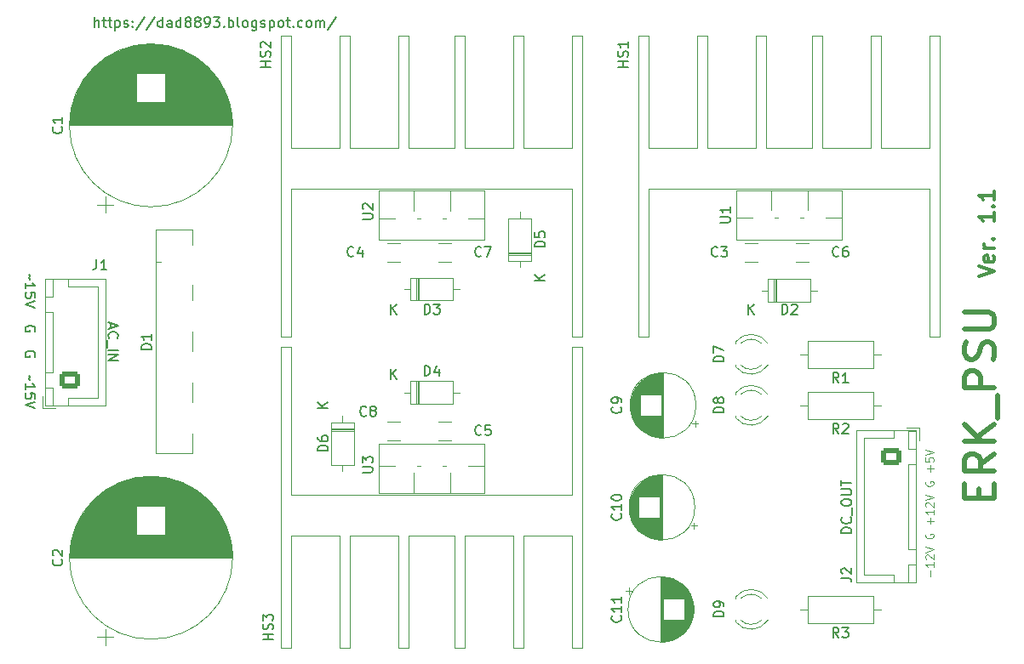
<source format=gto>
G04 #@! TF.GenerationSoftware,KiCad,Pcbnew,(6.0.11)*
G04 #@! TF.CreationDate,2023-02-03T17:13:15+09:00*
G04 #@! TF.ProjectId,12V_Dual_5V_PSU,3132565f-4475-4616-9c5f-35565f505355,Ver. 1.1*
G04 #@! TF.SameCoordinates,Original*
G04 #@! TF.FileFunction,Legend,Top*
G04 #@! TF.FilePolarity,Positive*
%FSLAX46Y46*%
G04 Gerber Fmt 4.6, Leading zero omitted, Abs format (unit mm)*
G04 Created by KiCad (PCBNEW (6.0.11)) date 2023-02-03 17:13:15*
%MOMM*%
%LPD*%
G01*
G04 APERTURE LIST*
G04 Aperture macros list*
%AMRoundRect*
0 Rectangle with rounded corners*
0 $1 Rounding radius*
0 $2 $3 $4 $5 $6 $7 $8 $9 X,Y pos of 4 corners*
0 Add a 4 corners polygon primitive as box body*
4,1,4,$2,$3,$4,$5,$6,$7,$8,$9,$2,$3,0*
0 Add four circle primitives for the rounded corners*
1,1,$1+$1,$2,$3*
1,1,$1+$1,$4,$5*
1,1,$1+$1,$6,$7*
1,1,$1+$1,$8,$9*
0 Add four rect primitives between the rounded corners*
20,1,$1+$1,$2,$3,$4,$5,0*
20,1,$1+$1,$4,$5,$6,$7,0*
20,1,$1+$1,$6,$7,$8,$9,0*
20,1,$1+$1,$8,$9,$2,$3,0*%
G04 Aperture macros list end*
%ADD10C,0.150000*%
%ADD11C,0.100000*%
%ADD12C,0.500000*%
%ADD13C,0.200000*%
%ADD14C,0.300000*%
%ADD15C,0.120000*%
%ADD16C,1.600000*%
%ADD17R,1.600000X1.600000*%
%ADD18O,1.600000X1.600000*%
%ADD19R,3.200000X3.200000*%
%ADD20C,3.200000*%
%ADD21RoundRect,0.250000X-0.725000X0.600000X-0.725000X-0.600000X0.725000X-0.600000X0.725000X0.600000X0*%
%ADD22O,1.950000X1.700000*%
%ADD23R,1.905000X2.000000*%
%ADD24O,1.905000X2.000000*%
%ADD25C,2.600000*%
%ADD26RoundRect,0.250000X0.725000X-0.600000X0.725000X0.600000X-0.725000X0.600000X-0.725000X-0.600000X0*%
%ADD27R,1.800000X1.800000*%
%ADD28C,1.800000*%
%ADD29R,2.400000X2.400000*%
%ADD30C,2.400000*%
G04 APERTURE END LIST*
D10*
X178887380Y-118141428D02*
X177887380Y-118141428D01*
X177887380Y-117903333D01*
X177935000Y-117760476D01*
X178030238Y-117665238D01*
X178125476Y-117617619D01*
X178315952Y-117570000D01*
X178458809Y-117570000D01*
X178649285Y-117617619D01*
X178744523Y-117665238D01*
X178839761Y-117760476D01*
X178887380Y-117903333D01*
X178887380Y-118141428D01*
X178792142Y-116570000D02*
X178839761Y-116617619D01*
X178887380Y-116760476D01*
X178887380Y-116855714D01*
X178839761Y-116998571D01*
X178744523Y-117093809D01*
X178649285Y-117141428D01*
X178458809Y-117189047D01*
X178315952Y-117189047D01*
X178125476Y-117141428D01*
X178030238Y-117093809D01*
X177935000Y-116998571D01*
X177887380Y-116855714D01*
X177887380Y-116760476D01*
X177935000Y-116617619D01*
X177982619Y-116570000D01*
X178982619Y-116379523D02*
X178982619Y-115617619D01*
X177887380Y-115189047D02*
X177887380Y-114998571D01*
X177935000Y-114903333D01*
X178030238Y-114808095D01*
X178220714Y-114760476D01*
X178554047Y-114760476D01*
X178744523Y-114808095D01*
X178839761Y-114903333D01*
X178887380Y-114998571D01*
X178887380Y-115189047D01*
X178839761Y-115284285D01*
X178744523Y-115379523D01*
X178554047Y-115427142D01*
X178220714Y-115427142D01*
X178030238Y-115379523D01*
X177935000Y-115284285D01*
X177887380Y-115189047D01*
X177887380Y-114331904D02*
X178696904Y-114331904D01*
X178792142Y-114284285D01*
X178839761Y-114236666D01*
X178887380Y-114141428D01*
X178887380Y-113950952D01*
X178839761Y-113855714D01*
X178792142Y-113808095D01*
X178696904Y-113760476D01*
X177887380Y-113760476D01*
X177887380Y-113427142D02*
X177887380Y-112855714D01*
X178887380Y-113141428D02*
X177887380Y-113141428D01*
X105243333Y-97239047D02*
X105243333Y-97715238D01*
X104957619Y-97143809D02*
X105957619Y-97477142D01*
X104957619Y-97810476D01*
X105052857Y-98715238D02*
X105005238Y-98667619D01*
X104957619Y-98524761D01*
X104957619Y-98429523D01*
X105005238Y-98286666D01*
X105100476Y-98191428D01*
X105195714Y-98143809D01*
X105386190Y-98096190D01*
X105529047Y-98096190D01*
X105719523Y-98143809D01*
X105814761Y-98191428D01*
X105910000Y-98286666D01*
X105957619Y-98429523D01*
X105957619Y-98524761D01*
X105910000Y-98667619D01*
X105862380Y-98715238D01*
X104862380Y-98905714D02*
X104862380Y-99667619D01*
X104957619Y-99905714D02*
X105957619Y-99905714D01*
X104957619Y-100381904D02*
X105957619Y-100381904D01*
X104957619Y-100953333D01*
X105957619Y-100953333D01*
X97083571Y-92393333D02*
X97131190Y-92440952D01*
X97178809Y-92536190D01*
X97083571Y-92726666D01*
X97131190Y-92821904D01*
X97178809Y-92869523D01*
X96702619Y-93774285D02*
X96702619Y-93202857D01*
X96702619Y-93488571D02*
X97702619Y-93488571D01*
X97559761Y-93393333D01*
X97464523Y-93298095D01*
X97416904Y-93202857D01*
X97702619Y-94679047D02*
X97702619Y-94202857D01*
X97226428Y-94155238D01*
X97274047Y-94202857D01*
X97321666Y-94298095D01*
X97321666Y-94536190D01*
X97274047Y-94631428D01*
X97226428Y-94679047D01*
X97131190Y-94726666D01*
X96893095Y-94726666D01*
X96797857Y-94679047D01*
X96750238Y-94631428D01*
X96702619Y-94536190D01*
X96702619Y-94298095D01*
X96750238Y-94202857D01*
X96797857Y-94155238D01*
X97702619Y-95012380D02*
X96702619Y-95345714D01*
X97702619Y-95679047D01*
X97655000Y-98060000D02*
X97702619Y-97964761D01*
X97702619Y-97821904D01*
X97655000Y-97679047D01*
X97559761Y-97583809D01*
X97464523Y-97536190D01*
X97274047Y-97488571D01*
X97131190Y-97488571D01*
X96940714Y-97536190D01*
X96845476Y-97583809D01*
X96750238Y-97679047D01*
X96702619Y-97821904D01*
X96702619Y-97917142D01*
X96750238Y-98060000D01*
X96797857Y-98107619D01*
X97131190Y-98107619D01*
X97131190Y-97917142D01*
X97655000Y-100583809D02*
X97702619Y-100488571D01*
X97702619Y-100345714D01*
X97655000Y-100202857D01*
X97559761Y-100107619D01*
X97464523Y-100060000D01*
X97274047Y-100012380D01*
X97131190Y-100012380D01*
X96940714Y-100060000D01*
X96845476Y-100107619D01*
X96750238Y-100202857D01*
X96702619Y-100345714D01*
X96702619Y-100440952D01*
X96750238Y-100583809D01*
X96797857Y-100631428D01*
X97131190Y-100631428D01*
X97131190Y-100440952D01*
X97083571Y-102440952D02*
X97131190Y-102488571D01*
X97178809Y-102583809D01*
X97083571Y-102774285D01*
X97131190Y-102869523D01*
X97178809Y-102917142D01*
X96702619Y-103821904D02*
X96702619Y-103250476D01*
X96702619Y-103536190D02*
X97702619Y-103536190D01*
X97559761Y-103440952D01*
X97464523Y-103345714D01*
X97416904Y-103250476D01*
X97702619Y-104726666D02*
X97702619Y-104250476D01*
X97226428Y-104202857D01*
X97274047Y-104250476D01*
X97321666Y-104345714D01*
X97321666Y-104583809D01*
X97274047Y-104679047D01*
X97226428Y-104726666D01*
X97131190Y-104774285D01*
X96893095Y-104774285D01*
X96797857Y-104726666D01*
X96750238Y-104679047D01*
X96702619Y-104583809D01*
X96702619Y-104345714D01*
X96750238Y-104250476D01*
X96797857Y-104202857D01*
X97702619Y-105060000D02*
X96702619Y-105393333D01*
X97702619Y-105726666D01*
D11*
X186747142Y-122452619D02*
X186747142Y-121843095D01*
X187051904Y-121043095D02*
X187051904Y-121500238D01*
X187051904Y-121271666D02*
X186251904Y-121271666D01*
X186366190Y-121347857D01*
X186442380Y-121424047D01*
X186480476Y-121500238D01*
X186328095Y-120738333D02*
X186290000Y-120700238D01*
X186251904Y-120624047D01*
X186251904Y-120433571D01*
X186290000Y-120357380D01*
X186328095Y-120319285D01*
X186404285Y-120281190D01*
X186480476Y-120281190D01*
X186594761Y-120319285D01*
X187051904Y-120776428D01*
X187051904Y-120281190D01*
X186251904Y-120052619D02*
X187051904Y-119785952D01*
X186251904Y-119519285D01*
X186290000Y-118224047D02*
X186251904Y-118300238D01*
X186251904Y-118414523D01*
X186290000Y-118528809D01*
X186366190Y-118605000D01*
X186442380Y-118643095D01*
X186594761Y-118681190D01*
X186709047Y-118681190D01*
X186861428Y-118643095D01*
X186937619Y-118605000D01*
X187013809Y-118528809D01*
X187051904Y-118414523D01*
X187051904Y-118338333D01*
X187013809Y-118224047D01*
X186975714Y-118185952D01*
X186709047Y-118185952D01*
X186709047Y-118338333D01*
X186747142Y-117233571D02*
X186747142Y-116624047D01*
X187051904Y-116928809D02*
X186442380Y-116928809D01*
X187051904Y-115824047D02*
X187051904Y-116281190D01*
X187051904Y-116052619D02*
X186251904Y-116052619D01*
X186366190Y-116128809D01*
X186442380Y-116205000D01*
X186480476Y-116281190D01*
X186328095Y-115519285D02*
X186290000Y-115481190D01*
X186251904Y-115405000D01*
X186251904Y-115214523D01*
X186290000Y-115138333D01*
X186328095Y-115100238D01*
X186404285Y-115062142D01*
X186480476Y-115062142D01*
X186594761Y-115100238D01*
X187051904Y-115557380D01*
X187051904Y-115062142D01*
X186251904Y-114833571D02*
X187051904Y-114566904D01*
X186251904Y-114300238D01*
X186290000Y-113005000D02*
X186251904Y-113081190D01*
X186251904Y-113195476D01*
X186290000Y-113309761D01*
X186366190Y-113385952D01*
X186442380Y-113424047D01*
X186594761Y-113462142D01*
X186709047Y-113462142D01*
X186861428Y-113424047D01*
X186937619Y-113385952D01*
X187013809Y-113309761D01*
X187051904Y-113195476D01*
X187051904Y-113119285D01*
X187013809Y-113005000D01*
X186975714Y-112966904D01*
X186709047Y-112966904D01*
X186709047Y-113119285D01*
X186747142Y-112014523D02*
X186747142Y-111405000D01*
X187051904Y-111709761D02*
X186442380Y-111709761D01*
X186251904Y-110643095D02*
X186251904Y-111024047D01*
X186632857Y-111062142D01*
X186594761Y-111024047D01*
X186556666Y-110947857D01*
X186556666Y-110757380D01*
X186594761Y-110681190D01*
X186632857Y-110643095D01*
X186709047Y-110605000D01*
X186899523Y-110605000D01*
X186975714Y-110643095D01*
X187013809Y-110681190D01*
X187051904Y-110757380D01*
X187051904Y-110947857D01*
X187013809Y-111024047D01*
X186975714Y-111062142D01*
X186251904Y-110376428D02*
X187051904Y-110109761D01*
X186251904Y-109843095D01*
D12*
X191555714Y-114695714D02*
X191555714Y-113695714D01*
X193127142Y-113267142D02*
X193127142Y-114695714D01*
X190127142Y-114695714D01*
X190127142Y-113267142D01*
X193127142Y-110267142D02*
X191698571Y-111267142D01*
X193127142Y-111981428D02*
X190127142Y-111981428D01*
X190127142Y-110838571D01*
X190270000Y-110552857D01*
X190412857Y-110410000D01*
X190698571Y-110267142D01*
X191127142Y-110267142D01*
X191412857Y-110410000D01*
X191555714Y-110552857D01*
X191698571Y-110838571D01*
X191698571Y-111981428D01*
X193127142Y-108981428D02*
X190127142Y-108981428D01*
X193127142Y-107267142D02*
X191412857Y-108552857D01*
X190127142Y-107267142D02*
X191841428Y-108981428D01*
X193412857Y-106695714D02*
X193412857Y-104410000D01*
X193127142Y-103695714D02*
X190127142Y-103695714D01*
X190127142Y-102552857D01*
X190270000Y-102267142D01*
X190412857Y-102124285D01*
X190698571Y-101981428D01*
X191127142Y-101981428D01*
X191412857Y-102124285D01*
X191555714Y-102267142D01*
X191698571Y-102552857D01*
X191698571Y-103695714D01*
X192984285Y-100838571D02*
X193127142Y-100410000D01*
X193127142Y-99695714D01*
X192984285Y-99410000D01*
X192841428Y-99267142D01*
X192555714Y-99124285D01*
X192270000Y-99124285D01*
X191984285Y-99267142D01*
X191841428Y-99410000D01*
X191698571Y-99695714D01*
X191555714Y-100267142D01*
X191412857Y-100552857D01*
X191270000Y-100695714D01*
X190984285Y-100838571D01*
X190698571Y-100838571D01*
X190412857Y-100695714D01*
X190270000Y-100552857D01*
X190127142Y-100267142D01*
X190127142Y-99552857D01*
X190270000Y-99124285D01*
X190127142Y-97838571D02*
X192555714Y-97838571D01*
X192841428Y-97695714D01*
X192984285Y-97552857D01*
X193127142Y-97267142D01*
X193127142Y-96695714D01*
X192984285Y-96410000D01*
X192841428Y-96267142D01*
X192555714Y-96124285D01*
X190127142Y-96124285D01*
D13*
X103617619Y-67762380D02*
X103617619Y-66762380D01*
X104046190Y-67762380D02*
X104046190Y-67238571D01*
X103998571Y-67143333D01*
X103903333Y-67095714D01*
X103760476Y-67095714D01*
X103665238Y-67143333D01*
X103617619Y-67190952D01*
X104379523Y-67095714D02*
X104760476Y-67095714D01*
X104522380Y-66762380D02*
X104522380Y-67619523D01*
X104570000Y-67714761D01*
X104665238Y-67762380D01*
X104760476Y-67762380D01*
X104950952Y-67095714D02*
X105331904Y-67095714D01*
X105093809Y-66762380D02*
X105093809Y-67619523D01*
X105141428Y-67714761D01*
X105236666Y-67762380D01*
X105331904Y-67762380D01*
X105665238Y-67095714D02*
X105665238Y-68095714D01*
X105665238Y-67143333D02*
X105760476Y-67095714D01*
X105950952Y-67095714D01*
X106046190Y-67143333D01*
X106093809Y-67190952D01*
X106141428Y-67286190D01*
X106141428Y-67571904D01*
X106093809Y-67667142D01*
X106046190Y-67714761D01*
X105950952Y-67762380D01*
X105760476Y-67762380D01*
X105665238Y-67714761D01*
X106522380Y-67714761D02*
X106617619Y-67762380D01*
X106808095Y-67762380D01*
X106903333Y-67714761D01*
X106950952Y-67619523D01*
X106950952Y-67571904D01*
X106903333Y-67476666D01*
X106808095Y-67429047D01*
X106665238Y-67429047D01*
X106570000Y-67381428D01*
X106522380Y-67286190D01*
X106522380Y-67238571D01*
X106570000Y-67143333D01*
X106665238Y-67095714D01*
X106808095Y-67095714D01*
X106903333Y-67143333D01*
X107379523Y-67667142D02*
X107427142Y-67714761D01*
X107379523Y-67762380D01*
X107331904Y-67714761D01*
X107379523Y-67667142D01*
X107379523Y-67762380D01*
X107379523Y-67143333D02*
X107427142Y-67190952D01*
X107379523Y-67238571D01*
X107331904Y-67190952D01*
X107379523Y-67143333D01*
X107379523Y-67238571D01*
X108570000Y-66714761D02*
X107712857Y-68000476D01*
X109617619Y-66714761D02*
X108760476Y-68000476D01*
X110379523Y-67762380D02*
X110379523Y-66762380D01*
X110379523Y-67714761D02*
X110284285Y-67762380D01*
X110093809Y-67762380D01*
X109998571Y-67714761D01*
X109950952Y-67667142D01*
X109903333Y-67571904D01*
X109903333Y-67286190D01*
X109950952Y-67190952D01*
X109998571Y-67143333D01*
X110093809Y-67095714D01*
X110284285Y-67095714D01*
X110379523Y-67143333D01*
X111284285Y-67762380D02*
X111284285Y-67238571D01*
X111236666Y-67143333D01*
X111141428Y-67095714D01*
X110950952Y-67095714D01*
X110855714Y-67143333D01*
X111284285Y-67714761D02*
X111189047Y-67762380D01*
X110950952Y-67762380D01*
X110855714Y-67714761D01*
X110808095Y-67619523D01*
X110808095Y-67524285D01*
X110855714Y-67429047D01*
X110950952Y-67381428D01*
X111189047Y-67381428D01*
X111284285Y-67333809D01*
X112189047Y-67762380D02*
X112189047Y-66762380D01*
X112189047Y-67714761D02*
X112093809Y-67762380D01*
X111903333Y-67762380D01*
X111808095Y-67714761D01*
X111760476Y-67667142D01*
X111712857Y-67571904D01*
X111712857Y-67286190D01*
X111760476Y-67190952D01*
X111808095Y-67143333D01*
X111903333Y-67095714D01*
X112093809Y-67095714D01*
X112189047Y-67143333D01*
X112808095Y-67190952D02*
X112712857Y-67143333D01*
X112665238Y-67095714D01*
X112617619Y-67000476D01*
X112617619Y-66952857D01*
X112665238Y-66857619D01*
X112712857Y-66810000D01*
X112808095Y-66762380D01*
X112998571Y-66762380D01*
X113093809Y-66810000D01*
X113141428Y-66857619D01*
X113189047Y-66952857D01*
X113189047Y-67000476D01*
X113141428Y-67095714D01*
X113093809Y-67143333D01*
X112998571Y-67190952D01*
X112808095Y-67190952D01*
X112712857Y-67238571D01*
X112665238Y-67286190D01*
X112617619Y-67381428D01*
X112617619Y-67571904D01*
X112665238Y-67667142D01*
X112712857Y-67714761D01*
X112808095Y-67762380D01*
X112998571Y-67762380D01*
X113093809Y-67714761D01*
X113141428Y-67667142D01*
X113189047Y-67571904D01*
X113189047Y-67381428D01*
X113141428Y-67286190D01*
X113093809Y-67238571D01*
X112998571Y-67190952D01*
X113760476Y-67190952D02*
X113665238Y-67143333D01*
X113617619Y-67095714D01*
X113570000Y-67000476D01*
X113570000Y-66952857D01*
X113617619Y-66857619D01*
X113665238Y-66810000D01*
X113760476Y-66762380D01*
X113950952Y-66762380D01*
X114046190Y-66810000D01*
X114093809Y-66857619D01*
X114141428Y-66952857D01*
X114141428Y-67000476D01*
X114093809Y-67095714D01*
X114046190Y-67143333D01*
X113950952Y-67190952D01*
X113760476Y-67190952D01*
X113665238Y-67238571D01*
X113617619Y-67286190D01*
X113570000Y-67381428D01*
X113570000Y-67571904D01*
X113617619Y-67667142D01*
X113665238Y-67714761D01*
X113760476Y-67762380D01*
X113950952Y-67762380D01*
X114046190Y-67714761D01*
X114093809Y-67667142D01*
X114141428Y-67571904D01*
X114141428Y-67381428D01*
X114093809Y-67286190D01*
X114046190Y-67238571D01*
X113950952Y-67190952D01*
X114617619Y-67762380D02*
X114808095Y-67762380D01*
X114903333Y-67714761D01*
X114950952Y-67667142D01*
X115046190Y-67524285D01*
X115093809Y-67333809D01*
X115093809Y-66952857D01*
X115046190Y-66857619D01*
X114998571Y-66810000D01*
X114903333Y-66762380D01*
X114712857Y-66762380D01*
X114617619Y-66810000D01*
X114570000Y-66857619D01*
X114522380Y-66952857D01*
X114522380Y-67190952D01*
X114570000Y-67286190D01*
X114617619Y-67333809D01*
X114712857Y-67381428D01*
X114903333Y-67381428D01*
X114998571Y-67333809D01*
X115046190Y-67286190D01*
X115093809Y-67190952D01*
X115427142Y-66762380D02*
X116046190Y-66762380D01*
X115712857Y-67143333D01*
X115855714Y-67143333D01*
X115950952Y-67190952D01*
X115998571Y-67238571D01*
X116046190Y-67333809D01*
X116046190Y-67571904D01*
X115998571Y-67667142D01*
X115950952Y-67714761D01*
X115855714Y-67762380D01*
X115570000Y-67762380D01*
X115474761Y-67714761D01*
X115427142Y-67667142D01*
X116474761Y-67667142D02*
X116522380Y-67714761D01*
X116474761Y-67762380D01*
X116427142Y-67714761D01*
X116474761Y-67667142D01*
X116474761Y-67762380D01*
X116950952Y-67762380D02*
X116950952Y-66762380D01*
X116950952Y-67143333D02*
X117046190Y-67095714D01*
X117236666Y-67095714D01*
X117331904Y-67143333D01*
X117379523Y-67190952D01*
X117427142Y-67286190D01*
X117427142Y-67571904D01*
X117379523Y-67667142D01*
X117331904Y-67714761D01*
X117236666Y-67762380D01*
X117046190Y-67762380D01*
X116950952Y-67714761D01*
X117998571Y-67762380D02*
X117903333Y-67714761D01*
X117855714Y-67619523D01*
X117855714Y-66762380D01*
X118522380Y-67762380D02*
X118427142Y-67714761D01*
X118379523Y-67667142D01*
X118331904Y-67571904D01*
X118331904Y-67286190D01*
X118379523Y-67190952D01*
X118427142Y-67143333D01*
X118522380Y-67095714D01*
X118665238Y-67095714D01*
X118760476Y-67143333D01*
X118808095Y-67190952D01*
X118855714Y-67286190D01*
X118855714Y-67571904D01*
X118808095Y-67667142D01*
X118760476Y-67714761D01*
X118665238Y-67762380D01*
X118522380Y-67762380D01*
X119712857Y-67095714D02*
X119712857Y-67905238D01*
X119665238Y-68000476D01*
X119617619Y-68048095D01*
X119522380Y-68095714D01*
X119379523Y-68095714D01*
X119284285Y-68048095D01*
X119712857Y-67714761D02*
X119617619Y-67762380D01*
X119427142Y-67762380D01*
X119331904Y-67714761D01*
X119284285Y-67667142D01*
X119236666Y-67571904D01*
X119236666Y-67286190D01*
X119284285Y-67190952D01*
X119331904Y-67143333D01*
X119427142Y-67095714D01*
X119617619Y-67095714D01*
X119712857Y-67143333D01*
X120141428Y-67714761D02*
X120236666Y-67762380D01*
X120427142Y-67762380D01*
X120522380Y-67714761D01*
X120570000Y-67619523D01*
X120570000Y-67571904D01*
X120522380Y-67476666D01*
X120427142Y-67429047D01*
X120284285Y-67429047D01*
X120189047Y-67381428D01*
X120141428Y-67286190D01*
X120141428Y-67238571D01*
X120189047Y-67143333D01*
X120284285Y-67095714D01*
X120427142Y-67095714D01*
X120522380Y-67143333D01*
X120998571Y-67095714D02*
X120998571Y-68095714D01*
X120998571Y-67143333D02*
X121093809Y-67095714D01*
X121284285Y-67095714D01*
X121379523Y-67143333D01*
X121427142Y-67190952D01*
X121474761Y-67286190D01*
X121474761Y-67571904D01*
X121427142Y-67667142D01*
X121379523Y-67714761D01*
X121284285Y-67762380D01*
X121093809Y-67762380D01*
X120998571Y-67714761D01*
X122046190Y-67762380D02*
X121950952Y-67714761D01*
X121903333Y-67667142D01*
X121855714Y-67571904D01*
X121855714Y-67286190D01*
X121903333Y-67190952D01*
X121950952Y-67143333D01*
X122046190Y-67095714D01*
X122189047Y-67095714D01*
X122284285Y-67143333D01*
X122331904Y-67190952D01*
X122379523Y-67286190D01*
X122379523Y-67571904D01*
X122331904Y-67667142D01*
X122284285Y-67714761D01*
X122189047Y-67762380D01*
X122046190Y-67762380D01*
X122665238Y-67095714D02*
X123046190Y-67095714D01*
X122808095Y-66762380D02*
X122808095Y-67619523D01*
X122855714Y-67714761D01*
X122950952Y-67762380D01*
X123046190Y-67762380D01*
X123379523Y-67667142D02*
X123427142Y-67714761D01*
X123379523Y-67762380D01*
X123331904Y-67714761D01*
X123379523Y-67667142D01*
X123379523Y-67762380D01*
X124284285Y-67714761D02*
X124189047Y-67762380D01*
X123998571Y-67762380D01*
X123903333Y-67714761D01*
X123855714Y-67667142D01*
X123808095Y-67571904D01*
X123808095Y-67286190D01*
X123855714Y-67190952D01*
X123903333Y-67143333D01*
X123998571Y-67095714D01*
X124189047Y-67095714D01*
X124284285Y-67143333D01*
X124855714Y-67762380D02*
X124760476Y-67714761D01*
X124712857Y-67667142D01*
X124665238Y-67571904D01*
X124665238Y-67286190D01*
X124712857Y-67190952D01*
X124760476Y-67143333D01*
X124855714Y-67095714D01*
X124998571Y-67095714D01*
X125093809Y-67143333D01*
X125141428Y-67190952D01*
X125189047Y-67286190D01*
X125189047Y-67571904D01*
X125141428Y-67667142D01*
X125093809Y-67714761D01*
X124998571Y-67762380D01*
X124855714Y-67762380D01*
X125617619Y-67762380D02*
X125617619Y-67095714D01*
X125617619Y-67190952D02*
X125665238Y-67143333D01*
X125760476Y-67095714D01*
X125903333Y-67095714D01*
X125998571Y-67143333D01*
X126046190Y-67238571D01*
X126046190Y-67762380D01*
X126046190Y-67238571D02*
X126093809Y-67143333D01*
X126189047Y-67095714D01*
X126331904Y-67095714D01*
X126427142Y-67143333D01*
X126474761Y-67238571D01*
X126474761Y-67762380D01*
X127665238Y-66714761D02*
X126808095Y-68000476D01*
D14*
X191583571Y-92586428D02*
X193083571Y-92086428D01*
X191583571Y-91586428D01*
X193012142Y-90515000D02*
X193083571Y-90657857D01*
X193083571Y-90943571D01*
X193012142Y-91086428D01*
X192869285Y-91157857D01*
X192297857Y-91157857D01*
X192155000Y-91086428D01*
X192083571Y-90943571D01*
X192083571Y-90657857D01*
X192155000Y-90515000D01*
X192297857Y-90443571D01*
X192440714Y-90443571D01*
X192583571Y-91157857D01*
X193083571Y-89800714D02*
X192083571Y-89800714D01*
X192369285Y-89800714D02*
X192226428Y-89729285D01*
X192155000Y-89657857D01*
X192083571Y-89515000D01*
X192083571Y-89372142D01*
X192940714Y-88872142D02*
X193012142Y-88800714D01*
X193083571Y-88872142D01*
X193012142Y-88943571D01*
X192940714Y-88872142D01*
X193083571Y-88872142D01*
X193083571Y-86229285D02*
X193083571Y-87086428D01*
X193083571Y-86657857D02*
X191583571Y-86657857D01*
X191797857Y-86800714D01*
X191940714Y-86943571D01*
X192012142Y-87086428D01*
X192940714Y-85586428D02*
X193012142Y-85515000D01*
X193083571Y-85586428D01*
X193012142Y-85657857D01*
X192940714Y-85586428D01*
X193083571Y-85586428D01*
X193083571Y-84086428D02*
X193083571Y-84943571D01*
X193083571Y-84515000D02*
X191583571Y-84515000D01*
X191797857Y-84657857D01*
X191940714Y-84800714D01*
X192012142Y-84943571D01*
D10*
X165568333Y-90527142D02*
X165520714Y-90574761D01*
X165377857Y-90622380D01*
X165282619Y-90622380D01*
X165139761Y-90574761D01*
X165044523Y-90479523D01*
X164996904Y-90384285D01*
X164949285Y-90193809D01*
X164949285Y-90050952D01*
X164996904Y-89860476D01*
X165044523Y-89765238D01*
X165139761Y-89670000D01*
X165282619Y-89622380D01*
X165377857Y-89622380D01*
X165520714Y-89670000D01*
X165568333Y-89717619D01*
X165901666Y-89622380D02*
X166520714Y-89622380D01*
X166187380Y-90003333D01*
X166330238Y-90003333D01*
X166425476Y-90050952D01*
X166473095Y-90098571D01*
X166520714Y-90193809D01*
X166520714Y-90431904D01*
X166473095Y-90527142D01*
X166425476Y-90574761D01*
X166330238Y-90622380D01*
X166044523Y-90622380D01*
X165949285Y-90574761D01*
X165901666Y-90527142D01*
X136421904Y-102472380D02*
X136421904Y-101472380D01*
X136660000Y-101472380D01*
X136802857Y-101520000D01*
X136898095Y-101615238D01*
X136945714Y-101710476D01*
X136993333Y-101900952D01*
X136993333Y-102043809D01*
X136945714Y-102234285D01*
X136898095Y-102329523D01*
X136802857Y-102424761D01*
X136660000Y-102472380D01*
X136421904Y-102472380D01*
X137850476Y-101805714D02*
X137850476Y-102472380D01*
X137612380Y-101424761D02*
X137374285Y-102139047D01*
X137993333Y-102139047D01*
X133088095Y-102792380D02*
X133088095Y-101792380D01*
X133659523Y-102792380D02*
X133230952Y-102220952D01*
X133659523Y-101792380D02*
X133088095Y-102363809D01*
X177633333Y-103152380D02*
X177300000Y-102676190D01*
X177061904Y-103152380D02*
X177061904Y-102152380D01*
X177442857Y-102152380D01*
X177538095Y-102200000D01*
X177585714Y-102247619D01*
X177633333Y-102342857D01*
X177633333Y-102485714D01*
X177585714Y-102580952D01*
X177538095Y-102628571D01*
X177442857Y-102676190D01*
X177061904Y-102676190D01*
X178585714Y-103152380D02*
X178014285Y-103152380D01*
X178300000Y-103152380D02*
X178300000Y-102152380D01*
X178204761Y-102295238D01*
X178109523Y-102390476D01*
X178014285Y-102438095D01*
X171971904Y-96337380D02*
X171971904Y-95337380D01*
X172210000Y-95337380D01*
X172352857Y-95385000D01*
X172448095Y-95480238D01*
X172495714Y-95575476D01*
X172543333Y-95765952D01*
X172543333Y-95908809D01*
X172495714Y-96099285D01*
X172448095Y-96194523D01*
X172352857Y-96289761D01*
X172210000Y-96337380D01*
X171971904Y-96337380D01*
X172924285Y-95432619D02*
X172971904Y-95385000D01*
X173067142Y-95337380D01*
X173305238Y-95337380D01*
X173400476Y-95385000D01*
X173448095Y-95432619D01*
X173495714Y-95527857D01*
X173495714Y-95623095D01*
X173448095Y-95765952D01*
X172876666Y-96337380D01*
X173495714Y-96337380D01*
X168638095Y-96337380D02*
X168638095Y-95337380D01*
X169209523Y-96337380D02*
X168780952Y-95765952D01*
X169209523Y-95337380D02*
X168638095Y-95908809D01*
X109262380Y-99848095D02*
X108262380Y-99848095D01*
X108262380Y-99610000D01*
X108310000Y-99467142D01*
X108405238Y-99371904D01*
X108500476Y-99324285D01*
X108690952Y-99276666D01*
X108833809Y-99276666D01*
X109024285Y-99324285D01*
X109119523Y-99371904D01*
X109214761Y-99467142D01*
X109262380Y-99610000D01*
X109262380Y-99848095D01*
X109262380Y-98324285D02*
X109262380Y-98895714D01*
X109262380Y-98610000D02*
X108262380Y-98610000D01*
X108405238Y-98705238D01*
X108500476Y-98800476D01*
X108548095Y-98895714D01*
X177887380Y-122623333D02*
X178601666Y-122623333D01*
X178744523Y-122670952D01*
X178839761Y-122766190D01*
X178887380Y-122909047D01*
X178887380Y-123004285D01*
X177982619Y-122194761D02*
X177935000Y-122147142D01*
X177887380Y-122051904D01*
X177887380Y-121813809D01*
X177935000Y-121718571D01*
X177982619Y-121670952D01*
X178077857Y-121623333D01*
X178173095Y-121623333D01*
X178315952Y-121670952D01*
X178887380Y-122242380D01*
X178887380Y-121623333D01*
X177633333Y-108232380D02*
X177300000Y-107756190D01*
X177061904Y-108232380D02*
X177061904Y-107232380D01*
X177442857Y-107232380D01*
X177538095Y-107280000D01*
X177585714Y-107327619D01*
X177633333Y-107422857D01*
X177633333Y-107565714D01*
X177585714Y-107660952D01*
X177538095Y-107708571D01*
X177442857Y-107756190D01*
X177061904Y-107756190D01*
X178014285Y-107327619D02*
X178061904Y-107280000D01*
X178157142Y-107232380D01*
X178395238Y-107232380D01*
X178490476Y-107280000D01*
X178538095Y-107327619D01*
X178585714Y-107422857D01*
X178585714Y-107518095D01*
X178538095Y-107660952D01*
X177966666Y-108232380D01*
X178585714Y-108232380D01*
X148407380Y-89638095D02*
X147407380Y-89638095D01*
X147407380Y-89400000D01*
X147455000Y-89257142D01*
X147550238Y-89161904D01*
X147645476Y-89114285D01*
X147835952Y-89066666D01*
X147978809Y-89066666D01*
X148169285Y-89114285D01*
X148264523Y-89161904D01*
X148359761Y-89257142D01*
X148407380Y-89400000D01*
X148407380Y-89638095D01*
X147407380Y-88161904D02*
X147407380Y-88638095D01*
X147883571Y-88685714D01*
X147835952Y-88638095D01*
X147788333Y-88542857D01*
X147788333Y-88304761D01*
X147835952Y-88209523D01*
X147883571Y-88161904D01*
X147978809Y-88114285D01*
X148216904Y-88114285D01*
X148312142Y-88161904D01*
X148359761Y-88209523D01*
X148407380Y-88304761D01*
X148407380Y-88542857D01*
X148359761Y-88638095D01*
X148312142Y-88685714D01*
X148407380Y-92971904D02*
X147407380Y-92971904D01*
X148407380Y-92400476D02*
X147835952Y-92829047D01*
X147407380Y-92400476D02*
X147978809Y-92971904D01*
X155932142Y-105576666D02*
X155979761Y-105624285D01*
X156027380Y-105767142D01*
X156027380Y-105862380D01*
X155979761Y-106005238D01*
X155884523Y-106100476D01*
X155789285Y-106148095D01*
X155598809Y-106195714D01*
X155455952Y-106195714D01*
X155265476Y-106148095D01*
X155170238Y-106100476D01*
X155075000Y-106005238D01*
X155027380Y-105862380D01*
X155027380Y-105767142D01*
X155075000Y-105624285D01*
X155122619Y-105576666D01*
X156027380Y-105100476D02*
X156027380Y-104910000D01*
X155979761Y-104814761D01*
X155932142Y-104767142D01*
X155789285Y-104671904D01*
X155598809Y-104624285D01*
X155217857Y-104624285D01*
X155122619Y-104671904D01*
X155075000Y-104719523D01*
X155027380Y-104814761D01*
X155027380Y-105005238D01*
X155075000Y-105100476D01*
X155122619Y-105148095D01*
X155217857Y-105195714D01*
X155455952Y-105195714D01*
X155551190Y-105148095D01*
X155598809Y-105100476D01*
X155646428Y-105005238D01*
X155646428Y-104814761D01*
X155598809Y-104719523D01*
X155551190Y-104671904D01*
X155455952Y-104624285D01*
X130262380Y-86874904D02*
X131071904Y-86874904D01*
X131167142Y-86827285D01*
X131214761Y-86779666D01*
X131262380Y-86684428D01*
X131262380Y-86493952D01*
X131214761Y-86398714D01*
X131167142Y-86351095D01*
X131071904Y-86303476D01*
X130262380Y-86303476D01*
X130357619Y-85874904D02*
X130310000Y-85827285D01*
X130262380Y-85732047D01*
X130262380Y-85493952D01*
X130310000Y-85398714D01*
X130357619Y-85351095D01*
X130452857Y-85303476D01*
X130548095Y-85303476D01*
X130690952Y-85351095D01*
X131262380Y-85922523D01*
X131262380Y-85303476D01*
X177633333Y-90527142D02*
X177585714Y-90574761D01*
X177442857Y-90622380D01*
X177347619Y-90622380D01*
X177204761Y-90574761D01*
X177109523Y-90479523D01*
X177061904Y-90384285D01*
X177014285Y-90193809D01*
X177014285Y-90050952D01*
X177061904Y-89860476D01*
X177109523Y-89765238D01*
X177204761Y-89670000D01*
X177347619Y-89622380D01*
X177442857Y-89622380D01*
X177585714Y-89670000D01*
X177633333Y-89717619D01*
X178490476Y-89622380D02*
X178300000Y-89622380D01*
X178204761Y-89670000D01*
X178157142Y-89717619D01*
X178061904Y-89860476D01*
X178014285Y-90050952D01*
X178014285Y-90431904D01*
X178061904Y-90527142D01*
X178109523Y-90574761D01*
X178204761Y-90622380D01*
X178395238Y-90622380D01*
X178490476Y-90574761D01*
X178538095Y-90527142D01*
X178585714Y-90431904D01*
X178585714Y-90193809D01*
X178538095Y-90098571D01*
X178490476Y-90050952D01*
X178395238Y-90003333D01*
X178204761Y-90003333D01*
X178109523Y-90050952D01*
X178061904Y-90098571D01*
X178014285Y-90193809D01*
X156662380Y-71723095D02*
X155662380Y-71723095D01*
X156138571Y-71723095D02*
X156138571Y-71151666D01*
X156662380Y-71151666D02*
X155662380Y-71151666D01*
X156614761Y-70723095D02*
X156662380Y-70580238D01*
X156662380Y-70342142D01*
X156614761Y-70246904D01*
X156567142Y-70199285D01*
X156471904Y-70151666D01*
X156376666Y-70151666D01*
X156281428Y-70199285D01*
X156233809Y-70246904D01*
X156186190Y-70342142D01*
X156138571Y-70532619D01*
X156090952Y-70627857D01*
X156043333Y-70675476D01*
X155948095Y-70723095D01*
X155852857Y-70723095D01*
X155757619Y-70675476D01*
X155710000Y-70627857D01*
X155662380Y-70532619D01*
X155662380Y-70294523D01*
X155710000Y-70151666D01*
X156662380Y-69199285D02*
X156662380Y-69770714D01*
X156662380Y-69485000D02*
X155662380Y-69485000D01*
X155805238Y-69580238D01*
X155900476Y-69675476D01*
X155948095Y-69770714D01*
X103806666Y-90892380D02*
X103806666Y-91606666D01*
X103759047Y-91749523D01*
X103663809Y-91844761D01*
X103520952Y-91892380D01*
X103425714Y-91892380D01*
X104806666Y-91892380D02*
X104235238Y-91892380D01*
X104520952Y-91892380D02*
X104520952Y-90892380D01*
X104425714Y-91035238D01*
X104330476Y-91130476D01*
X104235238Y-91178095D01*
X129373333Y-90527142D02*
X129325714Y-90574761D01*
X129182857Y-90622380D01*
X129087619Y-90622380D01*
X128944761Y-90574761D01*
X128849523Y-90479523D01*
X128801904Y-90384285D01*
X128754285Y-90193809D01*
X128754285Y-90050952D01*
X128801904Y-89860476D01*
X128849523Y-89765238D01*
X128944761Y-89670000D01*
X129087619Y-89622380D01*
X129182857Y-89622380D01*
X129325714Y-89670000D01*
X129373333Y-89717619D01*
X130230476Y-89955714D02*
X130230476Y-90622380D01*
X129992380Y-89574761D02*
X129754285Y-90289047D01*
X130373333Y-90289047D01*
X155932142Y-116212857D02*
X155979761Y-116260476D01*
X156027380Y-116403333D01*
X156027380Y-116498571D01*
X155979761Y-116641428D01*
X155884523Y-116736666D01*
X155789285Y-116784285D01*
X155598809Y-116831904D01*
X155455952Y-116831904D01*
X155265476Y-116784285D01*
X155170238Y-116736666D01*
X155075000Y-116641428D01*
X155027380Y-116498571D01*
X155027380Y-116403333D01*
X155075000Y-116260476D01*
X155122619Y-116212857D01*
X156027380Y-115260476D02*
X156027380Y-115831904D01*
X156027380Y-115546190D02*
X155027380Y-115546190D01*
X155170238Y-115641428D01*
X155265476Y-115736666D01*
X155313095Y-115831904D01*
X155027380Y-114641428D02*
X155027380Y-114546190D01*
X155075000Y-114450952D01*
X155122619Y-114403333D01*
X155217857Y-114355714D01*
X155408333Y-114308095D01*
X155646428Y-114308095D01*
X155836904Y-114355714D01*
X155932142Y-114403333D01*
X155979761Y-114450952D01*
X156027380Y-114546190D01*
X156027380Y-114641428D01*
X155979761Y-114736666D01*
X155932142Y-114784285D01*
X155836904Y-114831904D01*
X155646428Y-114879523D01*
X155408333Y-114879523D01*
X155217857Y-114831904D01*
X155122619Y-114784285D01*
X155075000Y-114736666D01*
X155027380Y-114641428D01*
X126817380Y-109958095D02*
X125817380Y-109958095D01*
X125817380Y-109720000D01*
X125865000Y-109577142D01*
X125960238Y-109481904D01*
X126055476Y-109434285D01*
X126245952Y-109386666D01*
X126388809Y-109386666D01*
X126579285Y-109434285D01*
X126674523Y-109481904D01*
X126769761Y-109577142D01*
X126817380Y-109720000D01*
X126817380Y-109958095D01*
X125817380Y-108529523D02*
X125817380Y-108720000D01*
X125865000Y-108815238D01*
X125912619Y-108862857D01*
X126055476Y-108958095D01*
X126245952Y-109005714D01*
X126626904Y-109005714D01*
X126722142Y-108958095D01*
X126769761Y-108910476D01*
X126817380Y-108815238D01*
X126817380Y-108624761D01*
X126769761Y-108529523D01*
X126722142Y-108481904D01*
X126626904Y-108434285D01*
X126388809Y-108434285D01*
X126293571Y-108481904D01*
X126245952Y-108529523D01*
X126198333Y-108624761D01*
X126198333Y-108815238D01*
X126245952Y-108910476D01*
X126293571Y-108958095D01*
X126388809Y-109005714D01*
X126817380Y-105671904D02*
X125817380Y-105671904D01*
X126817380Y-105100476D02*
X126245952Y-105529047D01*
X125817380Y-105100476D02*
X126388809Y-105671904D01*
X166187380Y-106148095D02*
X165187380Y-106148095D01*
X165187380Y-105910000D01*
X165235000Y-105767142D01*
X165330238Y-105671904D01*
X165425476Y-105624285D01*
X165615952Y-105576666D01*
X165758809Y-105576666D01*
X165949285Y-105624285D01*
X166044523Y-105671904D01*
X166139761Y-105767142D01*
X166187380Y-105910000D01*
X166187380Y-106148095D01*
X165615952Y-105005238D02*
X165568333Y-105100476D01*
X165520714Y-105148095D01*
X165425476Y-105195714D01*
X165377857Y-105195714D01*
X165282619Y-105148095D01*
X165235000Y-105100476D01*
X165187380Y-105005238D01*
X165187380Y-104814761D01*
X165235000Y-104719523D01*
X165282619Y-104671904D01*
X165377857Y-104624285D01*
X165425476Y-104624285D01*
X165520714Y-104671904D01*
X165568333Y-104719523D01*
X165615952Y-104814761D01*
X165615952Y-105005238D01*
X165663571Y-105100476D01*
X165711190Y-105148095D01*
X165806428Y-105195714D01*
X165996904Y-105195714D01*
X166092142Y-105148095D01*
X166139761Y-105100476D01*
X166187380Y-105005238D01*
X166187380Y-104814761D01*
X166139761Y-104719523D01*
X166092142Y-104671904D01*
X165996904Y-104624285D01*
X165806428Y-104624285D01*
X165711190Y-104671904D01*
X165663571Y-104719523D01*
X165615952Y-104814761D01*
X142073333Y-108307142D02*
X142025714Y-108354761D01*
X141882857Y-108402380D01*
X141787619Y-108402380D01*
X141644761Y-108354761D01*
X141549523Y-108259523D01*
X141501904Y-108164285D01*
X141454285Y-107973809D01*
X141454285Y-107830952D01*
X141501904Y-107640476D01*
X141549523Y-107545238D01*
X141644761Y-107450000D01*
X141787619Y-107402380D01*
X141882857Y-107402380D01*
X142025714Y-107450000D01*
X142073333Y-107497619D01*
X142978095Y-107402380D02*
X142501904Y-107402380D01*
X142454285Y-107878571D01*
X142501904Y-107830952D01*
X142597142Y-107783333D01*
X142835238Y-107783333D01*
X142930476Y-107830952D01*
X142978095Y-107878571D01*
X143025714Y-107973809D01*
X143025714Y-108211904D01*
X142978095Y-108307142D01*
X142930476Y-108354761D01*
X142835238Y-108402380D01*
X142597142Y-108402380D01*
X142501904Y-108354761D01*
X142454285Y-108307142D01*
X142073333Y-90527142D02*
X142025714Y-90574761D01*
X141882857Y-90622380D01*
X141787619Y-90622380D01*
X141644761Y-90574761D01*
X141549523Y-90479523D01*
X141501904Y-90384285D01*
X141454285Y-90193809D01*
X141454285Y-90050952D01*
X141501904Y-89860476D01*
X141549523Y-89765238D01*
X141644761Y-89670000D01*
X141787619Y-89622380D01*
X141882857Y-89622380D01*
X142025714Y-89670000D01*
X142073333Y-89717619D01*
X142406666Y-89622380D02*
X143073333Y-89622380D01*
X142644761Y-90622380D01*
X130262380Y-112101904D02*
X131071904Y-112101904D01*
X131167142Y-112054285D01*
X131214761Y-112006666D01*
X131262380Y-111911428D01*
X131262380Y-111720952D01*
X131214761Y-111625714D01*
X131167142Y-111578095D01*
X131071904Y-111530476D01*
X130262380Y-111530476D01*
X130262380Y-111149523D02*
X130262380Y-110530476D01*
X130643333Y-110863809D01*
X130643333Y-110720952D01*
X130690952Y-110625714D01*
X130738571Y-110578095D01*
X130833809Y-110530476D01*
X131071904Y-110530476D01*
X131167142Y-110578095D01*
X131214761Y-110625714D01*
X131262380Y-110720952D01*
X131262380Y-111006666D01*
X131214761Y-111101904D01*
X131167142Y-111149523D01*
X100327142Y-120756666D02*
X100374761Y-120804285D01*
X100422380Y-120947142D01*
X100422380Y-121042380D01*
X100374761Y-121185238D01*
X100279523Y-121280476D01*
X100184285Y-121328095D01*
X99993809Y-121375714D01*
X99850952Y-121375714D01*
X99660476Y-121328095D01*
X99565238Y-121280476D01*
X99470000Y-121185238D01*
X99422380Y-121042380D01*
X99422380Y-120947142D01*
X99470000Y-120804285D01*
X99517619Y-120756666D01*
X99517619Y-120375714D02*
X99470000Y-120328095D01*
X99422380Y-120232857D01*
X99422380Y-119994761D01*
X99470000Y-119899523D01*
X99517619Y-119851904D01*
X99612857Y-119804285D01*
X99708095Y-119804285D01*
X99850952Y-119851904D01*
X100422380Y-120423333D01*
X100422380Y-119804285D01*
X121102380Y-71723095D02*
X120102380Y-71723095D01*
X120578571Y-71723095D02*
X120578571Y-71151666D01*
X121102380Y-71151666D02*
X120102380Y-71151666D01*
X121054761Y-70723095D02*
X121102380Y-70580238D01*
X121102380Y-70342142D01*
X121054761Y-70246904D01*
X121007142Y-70199285D01*
X120911904Y-70151666D01*
X120816666Y-70151666D01*
X120721428Y-70199285D01*
X120673809Y-70246904D01*
X120626190Y-70342142D01*
X120578571Y-70532619D01*
X120530952Y-70627857D01*
X120483333Y-70675476D01*
X120388095Y-70723095D01*
X120292857Y-70723095D01*
X120197619Y-70675476D01*
X120150000Y-70627857D01*
X120102380Y-70532619D01*
X120102380Y-70294523D01*
X120150000Y-70151666D01*
X120197619Y-69770714D02*
X120150000Y-69723095D01*
X120102380Y-69627857D01*
X120102380Y-69389761D01*
X120150000Y-69294523D01*
X120197619Y-69246904D01*
X120292857Y-69199285D01*
X120388095Y-69199285D01*
X120530952Y-69246904D01*
X121102380Y-69818333D01*
X121102380Y-69199285D01*
X166187380Y-101068095D02*
X165187380Y-101068095D01*
X165187380Y-100830000D01*
X165235000Y-100687142D01*
X165330238Y-100591904D01*
X165425476Y-100544285D01*
X165615952Y-100496666D01*
X165758809Y-100496666D01*
X165949285Y-100544285D01*
X166044523Y-100591904D01*
X166139761Y-100687142D01*
X166187380Y-100830000D01*
X166187380Y-101068095D01*
X165187380Y-100163333D02*
X165187380Y-99496666D01*
X166187380Y-99925238D01*
X155932142Y-126372857D02*
X155979761Y-126420476D01*
X156027380Y-126563333D01*
X156027380Y-126658571D01*
X155979761Y-126801428D01*
X155884523Y-126896666D01*
X155789285Y-126944285D01*
X155598809Y-126991904D01*
X155455952Y-126991904D01*
X155265476Y-126944285D01*
X155170238Y-126896666D01*
X155075000Y-126801428D01*
X155027380Y-126658571D01*
X155027380Y-126563333D01*
X155075000Y-126420476D01*
X155122619Y-126372857D01*
X156027380Y-125420476D02*
X156027380Y-125991904D01*
X156027380Y-125706190D02*
X155027380Y-125706190D01*
X155170238Y-125801428D01*
X155265476Y-125896666D01*
X155313095Y-125991904D01*
X156027380Y-124468095D02*
X156027380Y-125039523D01*
X156027380Y-124753809D02*
X155027380Y-124753809D01*
X155170238Y-124849047D01*
X155265476Y-124944285D01*
X155313095Y-125039523D01*
X165822380Y-87221904D02*
X166631904Y-87221904D01*
X166727142Y-87174285D01*
X166774761Y-87126666D01*
X166822380Y-87031428D01*
X166822380Y-86840952D01*
X166774761Y-86745714D01*
X166727142Y-86698095D01*
X166631904Y-86650476D01*
X165822380Y-86650476D01*
X166822380Y-85650476D02*
X166822380Y-86221904D01*
X166822380Y-85936190D02*
X165822380Y-85936190D01*
X165965238Y-86031428D01*
X166060476Y-86126666D01*
X166108095Y-86221904D01*
X100327142Y-77696666D02*
X100374761Y-77744285D01*
X100422380Y-77887142D01*
X100422380Y-77982380D01*
X100374761Y-78125238D01*
X100279523Y-78220476D01*
X100184285Y-78268095D01*
X99993809Y-78315714D01*
X99850952Y-78315714D01*
X99660476Y-78268095D01*
X99565238Y-78220476D01*
X99470000Y-78125238D01*
X99422380Y-77982380D01*
X99422380Y-77887142D01*
X99470000Y-77744285D01*
X99517619Y-77696666D01*
X100422380Y-76744285D02*
X100422380Y-77315714D01*
X100422380Y-77030000D02*
X99422380Y-77030000D01*
X99565238Y-77125238D01*
X99660476Y-77220476D01*
X99708095Y-77315714D01*
X121356380Y-128746095D02*
X120356380Y-128746095D01*
X120832571Y-128746095D02*
X120832571Y-128174666D01*
X121356380Y-128174666D02*
X120356380Y-128174666D01*
X121308761Y-127746095D02*
X121356380Y-127603238D01*
X121356380Y-127365142D01*
X121308761Y-127269904D01*
X121261142Y-127222285D01*
X121165904Y-127174666D01*
X121070666Y-127174666D01*
X120975428Y-127222285D01*
X120927809Y-127269904D01*
X120880190Y-127365142D01*
X120832571Y-127555619D01*
X120784952Y-127650857D01*
X120737333Y-127698476D01*
X120642095Y-127746095D01*
X120546857Y-127746095D01*
X120451619Y-127698476D01*
X120404000Y-127650857D01*
X120356380Y-127555619D01*
X120356380Y-127317523D01*
X120404000Y-127174666D01*
X120356380Y-126841333D02*
X120356380Y-126222285D01*
X120737333Y-126555619D01*
X120737333Y-126412761D01*
X120784952Y-126317523D01*
X120832571Y-126269904D01*
X120927809Y-126222285D01*
X121165904Y-126222285D01*
X121261142Y-126269904D01*
X121308761Y-126317523D01*
X121356380Y-126412761D01*
X121356380Y-126698476D01*
X121308761Y-126793714D01*
X121261142Y-126841333D01*
X177633333Y-128552380D02*
X177300000Y-128076190D01*
X177061904Y-128552380D02*
X177061904Y-127552380D01*
X177442857Y-127552380D01*
X177538095Y-127600000D01*
X177585714Y-127647619D01*
X177633333Y-127742857D01*
X177633333Y-127885714D01*
X177585714Y-127980952D01*
X177538095Y-128028571D01*
X177442857Y-128076190D01*
X177061904Y-128076190D01*
X177966666Y-127552380D02*
X178585714Y-127552380D01*
X178252380Y-127933333D01*
X178395238Y-127933333D01*
X178490476Y-127980952D01*
X178538095Y-128028571D01*
X178585714Y-128123809D01*
X178585714Y-128361904D01*
X178538095Y-128457142D01*
X178490476Y-128504761D01*
X178395238Y-128552380D01*
X178109523Y-128552380D01*
X178014285Y-128504761D01*
X177966666Y-128457142D01*
X136421904Y-96337380D02*
X136421904Y-95337380D01*
X136660000Y-95337380D01*
X136802857Y-95385000D01*
X136898095Y-95480238D01*
X136945714Y-95575476D01*
X136993333Y-95765952D01*
X136993333Y-95908809D01*
X136945714Y-96099285D01*
X136898095Y-96194523D01*
X136802857Y-96289761D01*
X136660000Y-96337380D01*
X136421904Y-96337380D01*
X137326666Y-95337380D02*
X137945714Y-95337380D01*
X137612380Y-95718333D01*
X137755238Y-95718333D01*
X137850476Y-95765952D01*
X137898095Y-95813571D01*
X137945714Y-95908809D01*
X137945714Y-96146904D01*
X137898095Y-96242142D01*
X137850476Y-96289761D01*
X137755238Y-96337380D01*
X137469523Y-96337380D01*
X137374285Y-96289761D01*
X137326666Y-96242142D01*
X133088095Y-96337380D02*
X133088095Y-95337380D01*
X133659523Y-96337380D02*
X133230952Y-95765952D01*
X133659523Y-95337380D02*
X133088095Y-95908809D01*
X166187380Y-126468095D02*
X165187380Y-126468095D01*
X165187380Y-126230000D01*
X165235000Y-126087142D01*
X165330238Y-125991904D01*
X165425476Y-125944285D01*
X165615952Y-125896666D01*
X165758809Y-125896666D01*
X165949285Y-125944285D01*
X166044523Y-125991904D01*
X166139761Y-126087142D01*
X166187380Y-126230000D01*
X166187380Y-126468095D01*
X166187380Y-125420476D02*
X166187380Y-125230000D01*
X166139761Y-125134761D01*
X166092142Y-125087142D01*
X165949285Y-124991904D01*
X165758809Y-124944285D01*
X165377857Y-124944285D01*
X165282619Y-124991904D01*
X165235000Y-125039523D01*
X165187380Y-125134761D01*
X165187380Y-125325238D01*
X165235000Y-125420476D01*
X165282619Y-125468095D01*
X165377857Y-125515714D01*
X165615952Y-125515714D01*
X165711190Y-125468095D01*
X165758809Y-125420476D01*
X165806428Y-125325238D01*
X165806428Y-125134761D01*
X165758809Y-125039523D01*
X165711190Y-124991904D01*
X165615952Y-124944285D01*
X130643333Y-106402142D02*
X130595714Y-106449761D01*
X130452857Y-106497380D01*
X130357619Y-106497380D01*
X130214761Y-106449761D01*
X130119523Y-106354523D01*
X130071904Y-106259285D01*
X130024285Y-106068809D01*
X130024285Y-105925952D01*
X130071904Y-105735476D01*
X130119523Y-105640238D01*
X130214761Y-105545000D01*
X130357619Y-105497380D01*
X130452857Y-105497380D01*
X130595714Y-105545000D01*
X130643333Y-105592619D01*
X131214761Y-105925952D02*
X131119523Y-105878333D01*
X131071904Y-105830714D01*
X131024285Y-105735476D01*
X131024285Y-105687857D01*
X131071904Y-105592619D01*
X131119523Y-105545000D01*
X131214761Y-105497380D01*
X131405238Y-105497380D01*
X131500476Y-105545000D01*
X131548095Y-105592619D01*
X131595714Y-105687857D01*
X131595714Y-105735476D01*
X131548095Y-105830714D01*
X131500476Y-105878333D01*
X131405238Y-105925952D01*
X131214761Y-105925952D01*
X131119523Y-105973571D01*
X131071904Y-106021190D01*
X131024285Y-106116428D01*
X131024285Y-106306904D01*
X131071904Y-106402142D01*
X131119523Y-106449761D01*
X131214761Y-106497380D01*
X131405238Y-106497380D01*
X131500476Y-106449761D01*
X131548095Y-106402142D01*
X131595714Y-106306904D01*
X131595714Y-106116428D01*
X131548095Y-106021190D01*
X131500476Y-105973571D01*
X131405238Y-105925952D01*
D15*
X168261000Y-91090000D02*
X169519000Y-91090000D01*
X168261000Y-89250000D02*
X169519000Y-89250000D01*
X135760000Y-103020000D02*
X135760000Y-105260000D01*
X139930000Y-104140000D02*
X139280000Y-104140000D01*
X139280000Y-105260000D02*
X139280000Y-103020000D01*
X135040000Y-103020000D02*
X135040000Y-105260000D01*
X134390000Y-104140000D02*
X135040000Y-104140000D01*
X135040000Y-105260000D02*
X139280000Y-105260000D01*
X135640000Y-103020000D02*
X135640000Y-105260000D01*
X135880000Y-103020000D02*
X135880000Y-105260000D01*
X139280000Y-103020000D02*
X135040000Y-103020000D01*
X173760000Y-100330000D02*
X174530000Y-100330000D01*
X181840000Y-100330000D02*
X181070000Y-100330000D01*
X174530000Y-98960000D02*
X174530000Y-101700000D01*
X181070000Y-98960000D02*
X174530000Y-98960000D01*
X174530000Y-101700000D02*
X181070000Y-101700000D01*
X181070000Y-101700000D02*
X181070000Y-98960000D01*
X170590000Y-92860000D02*
X170590000Y-95100000D01*
X171430000Y-92860000D02*
X171430000Y-95100000D01*
X175480000Y-93980000D02*
X174830000Y-93980000D01*
X170590000Y-95100000D02*
X174830000Y-95100000D01*
X171310000Y-92860000D02*
X171310000Y-95100000D01*
X171190000Y-92860000D02*
X171190000Y-95100000D01*
X174830000Y-92860000D02*
X170590000Y-92860000D01*
X169940000Y-93980000D02*
X170590000Y-93980000D01*
X174830000Y-95100000D02*
X174830000Y-92860000D01*
X113310000Y-98110000D02*
X113310000Y-100010000D01*
X113310000Y-108210000D02*
X113310000Y-110210000D01*
X109710000Y-91110000D02*
X110210000Y-91110000D01*
X113310000Y-103110000D02*
X113310000Y-105110000D01*
X113310000Y-93410000D02*
X113310000Y-94910000D01*
X109710000Y-110210000D02*
X109710000Y-87910000D01*
X113310000Y-87910000D02*
X113310000Y-89410000D01*
X109710000Y-87910000D02*
X113310000Y-87910000D01*
X113310000Y-110210000D02*
X109710000Y-110210000D01*
X185340000Y-123050000D02*
X185340000Y-107930000D01*
X183080000Y-123040000D02*
X183080000Y-122290000D01*
X183080000Y-107940000D02*
X183080000Y-108690000D01*
X185630000Y-108890000D02*
X185630000Y-107640000D01*
X180130000Y-122290000D02*
X180130000Y-115490000D01*
X179370000Y-123050000D02*
X185340000Y-123050000D01*
X185330000Y-107940000D02*
X184580000Y-107940000D01*
X180130000Y-108690000D02*
X180130000Y-115490000D01*
X185330000Y-119740000D02*
X185330000Y-111240000D01*
X184580000Y-111240000D02*
X184580000Y-119740000D01*
X184580000Y-119740000D02*
X185330000Y-119740000D01*
X184580000Y-121240000D02*
X184580000Y-123040000D01*
X185330000Y-121240000D02*
X184580000Y-121240000D01*
X179370000Y-107930000D02*
X179370000Y-123050000D01*
X185630000Y-107640000D02*
X184380000Y-107640000D01*
X184580000Y-109740000D02*
X185330000Y-109740000D01*
X183080000Y-122290000D02*
X180130000Y-122290000D01*
X185330000Y-111240000D02*
X184580000Y-111240000D01*
X185330000Y-109740000D02*
X185330000Y-107940000D01*
X184580000Y-107940000D02*
X184580000Y-109740000D01*
X183080000Y-108690000D02*
X180130000Y-108690000D01*
X185340000Y-107930000D02*
X179370000Y-107930000D01*
X184580000Y-123040000D02*
X185330000Y-123040000D01*
X185330000Y-123040000D02*
X185330000Y-121240000D01*
X181840000Y-105410000D02*
X181070000Y-105410000D01*
X181070000Y-106780000D02*
X181070000Y-104040000D01*
X181070000Y-104040000D02*
X174530000Y-104040000D01*
X174530000Y-106780000D02*
X181070000Y-106780000D01*
X174530000Y-104040000D02*
X174530000Y-106780000D01*
X173760000Y-105410000D02*
X174530000Y-105410000D01*
X147020000Y-86780000D02*
X144780000Y-86780000D01*
X144780000Y-90420000D02*
X147020000Y-90420000D01*
X144780000Y-90300000D02*
X147020000Y-90300000D01*
X145900000Y-91670000D02*
X145900000Y-91020000D01*
X144780000Y-86780000D02*
X144780000Y-91020000D01*
X144780000Y-90180000D02*
X147020000Y-90180000D01*
X144780000Y-91020000D02*
X147020000Y-91020000D01*
X145900000Y-86130000D02*
X145900000Y-86780000D01*
X147020000Y-91020000D02*
X147020000Y-86780000D01*
X158549000Y-108222000D02*
X158549000Y-106450000D01*
X159990000Y-108637000D02*
X159990000Y-102183000D01*
X158589000Y-108244000D02*
X158589000Y-106450000D01*
X158509000Y-108200000D02*
X158509000Y-106450000D01*
X158509000Y-104370000D02*
X158509000Y-102620000D01*
X159269000Y-104370000D02*
X159269000Y-102300000D01*
X158869000Y-108380000D02*
X158869000Y-106450000D01*
X158149000Y-104370000D02*
X158149000Y-102862000D01*
X159590000Y-104370000D02*
X159590000Y-102228000D01*
X159069000Y-108457000D02*
X159069000Y-106450000D01*
X159790000Y-108621000D02*
X159790000Y-106450000D01*
X157349000Y-107060000D02*
X157349000Y-103760000D01*
X158549000Y-104370000D02*
X158549000Y-102598000D01*
X158189000Y-107988000D02*
X158189000Y-106450000D01*
X157869000Y-104370000D02*
X157869000Y-103105000D01*
X158269000Y-104370000D02*
X158269000Y-102774000D01*
X159189000Y-108496000D02*
X159189000Y-106450000D01*
X157749000Y-107592000D02*
X157749000Y-103228000D01*
X159630000Y-108599000D02*
X159630000Y-106450000D01*
X158389000Y-108126000D02*
X158389000Y-106450000D01*
X157149000Y-106672000D02*
X157149000Y-104148000D01*
X159269000Y-108520000D02*
X159269000Y-106450000D01*
X157309000Y-106991000D02*
X157309000Y-103829000D01*
X157109000Y-106575000D02*
X157109000Y-104245000D01*
X157469000Y-107244000D02*
X157469000Y-103576000D01*
X157709000Y-107547000D02*
X157709000Y-103273000D01*
X159309000Y-108531000D02*
X159309000Y-106450000D01*
X157789000Y-107634000D02*
X157789000Y-103186000D01*
X159109000Y-108471000D02*
X159109000Y-106450000D01*
X158269000Y-108046000D02*
X158269000Y-106450000D01*
X159670000Y-104370000D02*
X159670000Y-102215000D01*
X158789000Y-108344000D02*
X158789000Y-106450000D01*
X157429000Y-107186000D02*
X157429000Y-103634000D01*
X158629000Y-104370000D02*
X158629000Y-102554000D01*
X158469000Y-104370000D02*
X158469000Y-102644000D01*
X159910000Y-104370000D02*
X159910000Y-102188000D01*
X159550000Y-108585000D02*
X159550000Y-106450000D01*
X159550000Y-104370000D02*
X159550000Y-102235000D01*
X159149000Y-104370000D02*
X159149000Y-102336000D01*
X158949000Y-104370000D02*
X158949000Y-102408000D01*
X159510000Y-108577000D02*
X159510000Y-106450000D01*
X159750000Y-104370000D02*
X159750000Y-102204000D01*
X159349000Y-104370000D02*
X159349000Y-102279000D01*
X159149000Y-108484000D02*
X159149000Y-106450000D01*
X158709000Y-104370000D02*
X158709000Y-102514000D01*
X158309000Y-108074000D02*
X158309000Y-106450000D01*
X157549000Y-107354000D02*
X157549000Y-103466000D01*
X158349000Y-104370000D02*
X158349000Y-102720000D01*
X158669000Y-108286000D02*
X158669000Y-106450000D01*
X159109000Y-104370000D02*
X159109000Y-102349000D01*
X157069000Y-106469000D02*
X157069000Y-104351000D01*
X157509000Y-107300000D02*
X157509000Y-103520000D01*
X158989000Y-104370000D02*
X158989000Y-102392000D01*
X158829000Y-104370000D02*
X158829000Y-102458000D01*
X158069000Y-104370000D02*
X158069000Y-102926000D01*
X157029000Y-106350000D02*
X157029000Y-104470000D01*
X156949000Y-106043000D02*
X156949000Y-104777000D01*
X159950000Y-108634000D02*
X159950000Y-102186000D01*
X159349000Y-108541000D02*
X159349000Y-106450000D01*
X159750000Y-108616000D02*
X159750000Y-106450000D01*
X159630000Y-104370000D02*
X159630000Y-102221000D01*
X158869000Y-104370000D02*
X158869000Y-102440000D01*
X159029000Y-104370000D02*
X159029000Y-102377000D01*
X157589000Y-107405000D02*
X157589000Y-103415000D01*
X157389000Y-107124000D02*
X157389000Y-103696000D01*
X159229000Y-108508000D02*
X159229000Y-106450000D01*
X160070000Y-108640000D02*
X160070000Y-102180000D01*
X158909000Y-108396000D02*
X158909000Y-106450000D01*
X159710000Y-108611000D02*
X159710000Y-106450000D01*
X163335241Y-107564000D02*
X163335241Y-106934000D01*
X158069000Y-107894000D02*
X158069000Y-106450000D01*
X159870000Y-108628000D02*
X159870000Y-106450000D01*
X159389000Y-108551000D02*
X159389000Y-106450000D01*
X159670000Y-108605000D02*
X159670000Y-106450000D01*
X158029000Y-104370000D02*
X158029000Y-102960000D01*
X159189000Y-104370000D02*
X159189000Y-102324000D01*
X159790000Y-104370000D02*
X159790000Y-102199000D01*
X159069000Y-104370000D02*
X159069000Y-102363000D01*
X158589000Y-104370000D02*
X158589000Y-102576000D01*
X158749000Y-108326000D02*
X158749000Y-106450000D01*
X159470000Y-104370000D02*
X159470000Y-102251000D01*
X158909000Y-104370000D02*
X158909000Y-102424000D01*
X158109000Y-107926000D02*
X158109000Y-106450000D01*
X157869000Y-107715000D02*
X157869000Y-106450000D01*
X157669000Y-107502000D02*
X157669000Y-103318000D01*
X157949000Y-107790000D02*
X157949000Y-106450000D01*
X158429000Y-104370000D02*
X158429000Y-102668000D01*
X158629000Y-108266000D02*
X158629000Y-106450000D01*
X158189000Y-104370000D02*
X158189000Y-102832000D01*
X157909000Y-107753000D02*
X157909000Y-106450000D01*
X159830000Y-104370000D02*
X159830000Y-102195000D01*
X159710000Y-104370000D02*
X159710000Y-102209000D01*
X157189000Y-106760000D02*
X157189000Y-104060000D01*
X158229000Y-104370000D02*
X158229000Y-102803000D01*
X159870000Y-104370000D02*
X159870000Y-102192000D01*
X157269000Y-106919000D02*
X157269000Y-103901000D01*
X160110000Y-108640000D02*
X160110000Y-102180000D01*
X158669000Y-104370000D02*
X158669000Y-102534000D01*
X157989000Y-104370000D02*
X157989000Y-102994000D01*
X157229000Y-106842000D02*
X157229000Y-103978000D01*
X159029000Y-108443000D02*
X159029000Y-106450000D01*
X159910000Y-108632000D02*
X159910000Y-106450000D01*
X158029000Y-107860000D02*
X158029000Y-106450000D01*
X157989000Y-107826000D02*
X157989000Y-106450000D01*
X158469000Y-108176000D02*
X158469000Y-106450000D01*
X159830000Y-108625000D02*
X159830000Y-106450000D01*
X163650241Y-107249000D02*
X163020241Y-107249000D01*
X159389000Y-104370000D02*
X159389000Y-102269000D01*
X158149000Y-107958000D02*
X158149000Y-106450000D01*
X160150000Y-108640000D02*
X160150000Y-102180000D01*
X157909000Y-104370000D02*
X157909000Y-103067000D01*
X158829000Y-108362000D02*
X158829000Y-106450000D01*
X158349000Y-108100000D02*
X158349000Y-106450000D01*
X159309000Y-104370000D02*
X159309000Y-102289000D01*
X158429000Y-108152000D02*
X158429000Y-106450000D01*
X158789000Y-104370000D02*
X158789000Y-102476000D01*
X158109000Y-104370000D02*
X158109000Y-102894000D01*
X158949000Y-108412000D02*
X158949000Y-106450000D01*
X159470000Y-108569000D02*
X159470000Y-106450000D01*
X157629000Y-107454000D02*
X157629000Y-103366000D01*
X159590000Y-108592000D02*
X159590000Y-106450000D01*
X158229000Y-108017000D02*
X158229000Y-106450000D01*
X158309000Y-104370000D02*
X158309000Y-102746000D01*
X158989000Y-108428000D02*
X158989000Y-106450000D01*
X157949000Y-104370000D02*
X157949000Y-103030000D01*
X158389000Y-104370000D02*
X158389000Y-102694000D01*
X159510000Y-104370000D02*
X159510000Y-102243000D01*
X156909000Y-105812000D02*
X156909000Y-105008000D01*
X159229000Y-104370000D02*
X159229000Y-102312000D01*
X156989000Y-106212000D02*
X156989000Y-104608000D01*
X159429000Y-108560000D02*
X159429000Y-106450000D01*
X159429000Y-104370000D02*
X159429000Y-102260000D01*
X160030000Y-108638000D02*
X160030000Y-102182000D01*
X158749000Y-104370000D02*
X158749000Y-102494000D01*
X158709000Y-108306000D02*
X158709000Y-106450000D01*
X157829000Y-107675000D02*
X157829000Y-103145000D01*
X163420000Y-105410000D02*
G75*
G03*
X163420000Y-105410000I-3270000J0D01*
G01*
X131910000Y-86787000D02*
X133517000Y-86787000D01*
X131910000Y-84027000D02*
X142410000Y-84027000D01*
X135310000Y-84027000D02*
X135310000Y-86045000D01*
X140803000Y-86787000D02*
X142410000Y-86787000D01*
X135723000Y-86787000D02*
X136058000Y-86787000D01*
X142410000Y-84027000D02*
X142410000Y-88968000D01*
X139011000Y-84027000D02*
X139011000Y-86045000D01*
X131910000Y-88968000D02*
X142410000Y-88968000D01*
X138263000Y-86787000D02*
X138598000Y-86787000D01*
X131910000Y-84027000D02*
X131910000Y-88968000D01*
X174599000Y-91090000D02*
X173341000Y-91090000D01*
X174599000Y-89250000D02*
X173341000Y-89250000D01*
X164592000Y-68580000D02*
X164592000Y-79756000D01*
X163576000Y-79756000D02*
X163576000Y-68580000D01*
X186690000Y-68580000D02*
X187706000Y-68580000D01*
X158750000Y-83820000D02*
X158750000Y-98552000D01*
X158750000Y-68580000D02*
X158750000Y-79756000D01*
X181864000Y-79756000D02*
X186690000Y-79756000D01*
X180848000Y-79756000D02*
X180848000Y-68580000D01*
X187706000Y-68834000D02*
X187706000Y-98552000D01*
X170434000Y-68580000D02*
X170434000Y-79756000D01*
X180848000Y-68580000D02*
X181864000Y-68580000D01*
X164592000Y-79756000D02*
X169418000Y-79756000D01*
X176022000Y-79756000D02*
X180848000Y-79756000D01*
X169418000Y-68580000D02*
X170434000Y-68580000D01*
X169418000Y-79756000D02*
X169418000Y-68580000D01*
X175006000Y-68580000D02*
X176022000Y-68580000D01*
X186690000Y-98552000D02*
X186690000Y-83820000D01*
X157734000Y-68580000D02*
X158750000Y-68580000D01*
X187706000Y-98552000D02*
X186690000Y-98552000D01*
X158750000Y-98552000D02*
X157734000Y-98552000D01*
X186690000Y-79756000D02*
X186690000Y-68580000D01*
X170434000Y-79756000D02*
X175006000Y-79756000D01*
X163576000Y-68580000D02*
X164592000Y-68580000D01*
X187706000Y-68580000D02*
X187706000Y-68834000D01*
X157734000Y-98552000D02*
X157734000Y-68580000D01*
X181864000Y-68580000D02*
X181864000Y-79756000D01*
X186690000Y-83820000D02*
X158750000Y-83820000D01*
X158750000Y-79756000D02*
X163576000Y-79756000D01*
X176022000Y-68580000D02*
X176022000Y-79756000D01*
X175006000Y-79756000D02*
X175006000Y-68580000D01*
X100970000Y-92820000D02*
X100970000Y-93570000D01*
X98420000Y-104470000D02*
X98420000Y-105720000D01*
X103920000Y-93570000D02*
X103920000Y-99120000D01*
X99470000Y-96120000D02*
X98720000Y-96120000D01*
X99470000Y-94620000D02*
X99470000Y-92820000D01*
X99470000Y-92820000D02*
X98720000Y-92820000D01*
X100970000Y-104670000D02*
X103920000Y-104670000D01*
X98710000Y-92810000D02*
X98710000Y-105430000D01*
X100970000Y-105420000D02*
X100970000Y-104670000D01*
X98720000Y-102120000D02*
X99470000Y-102120000D01*
X104680000Y-92810000D02*
X98710000Y-92810000D01*
X98720000Y-94620000D02*
X99470000Y-94620000D01*
X98720000Y-92820000D02*
X98720000Y-94620000D01*
X99470000Y-105420000D02*
X99470000Y-103620000D01*
X104680000Y-105430000D02*
X104680000Y-92810000D01*
X100970000Y-93570000D02*
X103920000Y-93570000D01*
X98720000Y-105420000D02*
X99470000Y-105420000D01*
X98720000Y-96120000D02*
X98720000Y-102120000D01*
X98720000Y-103620000D02*
X98720000Y-105420000D01*
X103920000Y-104670000D02*
X103920000Y-99120000D01*
X98420000Y-105720000D02*
X99670000Y-105720000D01*
X99470000Y-102120000D02*
X99470000Y-96120000D01*
X98710000Y-105430000D02*
X104680000Y-105430000D01*
X99470000Y-103620000D02*
X98720000Y-103620000D01*
X132701000Y-89250000D02*
X133959000Y-89250000D01*
X132701000Y-91090000D02*
X133959000Y-91090000D01*
X158959000Y-114530000D02*
X158959000Y-112523000D01*
X159279000Y-114530000D02*
X159279000Y-112429000D01*
X157759000Y-114530000D02*
X157759000Y-113265000D01*
X158479000Y-118404000D02*
X158479000Y-116610000D01*
X158119000Y-118177000D02*
X158119000Y-116610000D01*
X157959000Y-118054000D02*
X157959000Y-116610000D01*
X158559000Y-114530000D02*
X158559000Y-112694000D01*
X157679000Y-117794000D02*
X157679000Y-113346000D01*
X159600000Y-118771000D02*
X159600000Y-116610000D01*
X158759000Y-114530000D02*
X158759000Y-112600000D01*
X159119000Y-114530000D02*
X159119000Y-112472000D01*
X156879000Y-116372000D02*
X156879000Y-114768000D01*
X158079000Y-114530000D02*
X158079000Y-112992000D01*
X159159000Y-118680000D02*
X159159000Y-116610000D01*
X159039000Y-114530000D02*
X159039000Y-112496000D01*
X158799000Y-114530000D02*
X158799000Y-112584000D01*
X158879000Y-118588000D02*
X158879000Y-116610000D01*
X159720000Y-118785000D02*
X159720000Y-116610000D01*
X157959000Y-114530000D02*
X157959000Y-113086000D01*
X159720000Y-114530000D02*
X159720000Y-112355000D01*
X158919000Y-114530000D02*
X158919000Y-112537000D01*
X157279000Y-117284000D02*
X157279000Y-113856000D01*
X158719000Y-118522000D02*
X158719000Y-116610000D01*
X157359000Y-117404000D02*
X157359000Y-113736000D01*
X158439000Y-114530000D02*
X158439000Y-112758000D01*
X159680000Y-118781000D02*
X159680000Y-116610000D01*
X157239000Y-117220000D02*
X157239000Y-113920000D01*
X158199000Y-118234000D02*
X158199000Y-116610000D01*
X159360000Y-114530000D02*
X159360000Y-112411000D01*
X158119000Y-114530000D02*
X158119000Y-112963000D01*
X159560000Y-118765000D02*
X159560000Y-116610000D01*
X157639000Y-117752000D02*
X157639000Y-113388000D01*
X157599000Y-117707000D02*
X157599000Y-113433000D01*
X157839000Y-117950000D02*
X157839000Y-116610000D01*
X157919000Y-114530000D02*
X157919000Y-113120000D01*
X157439000Y-117514000D02*
X157439000Y-113626000D01*
X157159000Y-117079000D02*
X157159000Y-114061000D01*
X158199000Y-114530000D02*
X158199000Y-112906000D01*
X157999000Y-114530000D02*
X157999000Y-113054000D01*
X158599000Y-114530000D02*
X158599000Y-112674000D01*
X158159000Y-114530000D02*
X158159000Y-112934000D01*
X163225241Y-117724000D02*
X163225241Y-117094000D01*
X159960000Y-118800000D02*
X159960000Y-112340000D01*
X159760000Y-114530000D02*
X159760000Y-112352000D01*
X158959000Y-118617000D02*
X158959000Y-116610000D01*
X158679000Y-114530000D02*
X158679000Y-112636000D01*
X158839000Y-118572000D02*
X158839000Y-116610000D01*
X158999000Y-114530000D02*
X158999000Y-112509000D01*
X157119000Y-117002000D02*
X157119000Y-114138000D01*
X158319000Y-118312000D02*
X158319000Y-116610000D01*
X157079000Y-116920000D02*
X157079000Y-114220000D01*
X157919000Y-118020000D02*
X157919000Y-116610000D01*
X159319000Y-118720000D02*
X159319000Y-116610000D01*
X159440000Y-114530000D02*
X159440000Y-112395000D01*
X158039000Y-114530000D02*
X158039000Y-113022000D01*
X158639000Y-114530000D02*
X158639000Y-112654000D01*
X160000000Y-118800000D02*
X160000000Y-112340000D01*
X159360000Y-118729000D02*
X159360000Y-116610000D01*
X158399000Y-114530000D02*
X158399000Y-112780000D01*
X159920000Y-118798000D02*
X159920000Y-112342000D01*
X159800000Y-114530000D02*
X159800000Y-112348000D01*
X158359000Y-118336000D02*
X158359000Y-116610000D01*
X159560000Y-114530000D02*
X159560000Y-112375000D01*
X158479000Y-114530000D02*
X158479000Y-112736000D01*
X158159000Y-118206000D02*
X158159000Y-116610000D01*
X159640000Y-118776000D02*
X159640000Y-116610000D01*
X163540241Y-117409000D02*
X162910241Y-117409000D01*
X157799000Y-117913000D02*
X157799000Y-116610000D01*
X156919000Y-116510000D02*
X156919000Y-114630000D01*
X158839000Y-114530000D02*
X158839000Y-112568000D01*
X157559000Y-117662000D02*
X157559000Y-113478000D01*
X156999000Y-116735000D02*
X156999000Y-114405000D01*
X159199000Y-114530000D02*
X159199000Y-112449000D01*
X158679000Y-118504000D02*
X158679000Y-116610000D01*
X157759000Y-117875000D02*
X157759000Y-116610000D01*
X159480000Y-118752000D02*
X159480000Y-116610000D01*
X157039000Y-116832000D02*
X157039000Y-114308000D01*
X158239000Y-118260000D02*
X158239000Y-116610000D01*
X158039000Y-118118000D02*
X158039000Y-116610000D01*
X158279000Y-118286000D02*
X158279000Y-116610000D01*
X160040000Y-118800000D02*
X160040000Y-112340000D01*
X159199000Y-118691000D02*
X159199000Y-116610000D01*
X158879000Y-114530000D02*
X158879000Y-112552000D01*
X157879000Y-117986000D02*
X157879000Y-116610000D01*
X159520000Y-114530000D02*
X159520000Y-112381000D01*
X158919000Y-118603000D02*
X158919000Y-116610000D01*
X158599000Y-118466000D02*
X158599000Y-116610000D01*
X157799000Y-114530000D02*
X157799000Y-113227000D01*
X156959000Y-116629000D02*
X156959000Y-114511000D01*
X157399000Y-117460000D02*
X157399000Y-113680000D01*
X158799000Y-118556000D02*
X158799000Y-116610000D01*
X158319000Y-114530000D02*
X158319000Y-112828000D01*
X158079000Y-118148000D02*
X158079000Y-116610000D01*
X158999000Y-118631000D02*
X158999000Y-116610000D01*
X159400000Y-118737000D02*
X159400000Y-116610000D01*
X159039000Y-118644000D02*
X159039000Y-116610000D01*
X159760000Y-118788000D02*
X159760000Y-116610000D01*
X157519000Y-117614000D02*
X157519000Y-113526000D01*
X158519000Y-118426000D02*
X158519000Y-116610000D01*
X158399000Y-118360000D02*
X158399000Y-116610000D01*
X159880000Y-118797000D02*
X159880000Y-112343000D01*
X159840000Y-118794000D02*
X159840000Y-112346000D01*
X157479000Y-117565000D02*
X157479000Y-113575000D01*
X158239000Y-114530000D02*
X158239000Y-112880000D01*
X158359000Y-114530000D02*
X158359000Y-112804000D01*
X157839000Y-114530000D02*
X157839000Y-113190000D01*
X159400000Y-114530000D02*
X159400000Y-112403000D01*
X159079000Y-114530000D02*
X159079000Y-112484000D01*
X158639000Y-118486000D02*
X158639000Y-116610000D01*
X159520000Y-118759000D02*
X159520000Y-116610000D01*
X159440000Y-118745000D02*
X159440000Y-116610000D01*
X159159000Y-114530000D02*
X159159000Y-112460000D01*
X158719000Y-114530000D02*
X158719000Y-112618000D01*
X159600000Y-114530000D02*
X159600000Y-112369000D01*
X158559000Y-118446000D02*
X158559000Y-116610000D01*
X157999000Y-118086000D02*
X157999000Y-116610000D01*
X158519000Y-114530000D02*
X158519000Y-112714000D01*
X159680000Y-114530000D02*
X159680000Y-112359000D01*
X159480000Y-114530000D02*
X159480000Y-112388000D01*
X159800000Y-118792000D02*
X159800000Y-116610000D01*
X159279000Y-118711000D02*
X159279000Y-116610000D01*
X159239000Y-118701000D02*
X159239000Y-116610000D01*
X158439000Y-118382000D02*
X158439000Y-116610000D01*
X159119000Y-118668000D02*
X159119000Y-116610000D01*
X159319000Y-114530000D02*
X159319000Y-112420000D01*
X159239000Y-114530000D02*
X159239000Y-112439000D01*
X157719000Y-117835000D02*
X157719000Y-113305000D01*
X157879000Y-114530000D02*
X157879000Y-113154000D01*
X156799000Y-115972000D02*
X156799000Y-115168000D01*
X157319000Y-117346000D02*
X157319000Y-113794000D01*
X158759000Y-118540000D02*
X158759000Y-116610000D01*
X158279000Y-114530000D02*
X158279000Y-112854000D01*
X159079000Y-118656000D02*
X159079000Y-116610000D01*
X157199000Y-117151000D02*
X157199000Y-113989000D01*
X159640000Y-114530000D02*
X159640000Y-112364000D01*
X156839000Y-116203000D02*
X156839000Y-114937000D01*
X163310000Y-115570000D02*
G75*
G03*
X163310000Y-115570000I-3270000J0D01*
G01*
X127150000Y-107100000D02*
X127150000Y-111340000D01*
X129390000Y-107940000D02*
X127150000Y-107940000D01*
X128270000Y-111990000D02*
X128270000Y-111340000D01*
X129390000Y-107700000D02*
X127150000Y-107700000D01*
X128270000Y-106450000D02*
X128270000Y-107100000D01*
X129390000Y-107820000D02*
X127150000Y-107820000D01*
X127150000Y-111340000D02*
X129390000Y-111340000D01*
X129390000Y-107100000D02*
X127150000Y-107100000D01*
X129390000Y-111340000D02*
X129390000Y-107100000D01*
X167350000Y-104174000D02*
X167350000Y-104330000D01*
X167350000Y-106490000D02*
X167350000Y-106646000D01*
X170582335Y-104331392D02*
G75*
G03*
X167350000Y-104174484I-1672335J-1078608D01*
G01*
X167869039Y-106490000D02*
G75*
G03*
X169951130Y-106489837I1040961J1080000D01*
G01*
X167350000Y-106645516D02*
G75*
G03*
X170582335Y-106488608I1560000J1235516D01*
G01*
X169951130Y-104330163D02*
G75*
G03*
X167869039Y-104330000I-1041130J-1079837D01*
G01*
X139079000Y-108870000D02*
X137821000Y-108870000D01*
X139079000Y-107030000D02*
X137821000Y-107030000D01*
X139079000Y-89250000D02*
X137821000Y-89250000D01*
X139079000Y-91090000D02*
X137821000Y-91090000D01*
X131910000Y-114166000D02*
X131910000Y-109225000D01*
X142410000Y-114166000D02*
X142410000Y-109225000D01*
X139010000Y-114166000D02*
X139010000Y-112148000D01*
X142410000Y-111406000D02*
X140803000Y-111406000D01*
X142410000Y-114166000D02*
X131910000Y-114166000D01*
X135309000Y-114166000D02*
X135309000Y-112148000D01*
X138597000Y-111406000D02*
X138262000Y-111406000D01*
X142410000Y-109225000D02*
X131910000Y-109225000D01*
X136057000Y-111406000D02*
X135722000Y-111406000D01*
X133517000Y-111406000D02*
X131910000Y-111406000D01*
X101324000Y-118869000D02*
X117116000Y-118869000D01*
X101261000Y-119189000D02*
X117179000Y-119189000D01*
X101276000Y-119109000D02*
X117164000Y-119109000D01*
X110660000Y-117509000D02*
X116694000Y-117509000D01*
X101175000Y-119829000D02*
X117265000Y-119829000D01*
X106742000Y-112869000D02*
X111698000Y-112869000D01*
X104665000Y-129279491D02*
X104665000Y-127679491D01*
X110660000Y-117229000D02*
X116573000Y-117229000D01*
X103160000Y-115229000D02*
X115280000Y-115229000D01*
X110660000Y-116029000D02*
X115899000Y-116029000D01*
X101942000Y-117069000D02*
X107780000Y-117069000D01*
X104366000Y-114109000D02*
X114074000Y-114109000D01*
X101241000Y-119309000D02*
X117199000Y-119309000D01*
X103618000Y-114749000D02*
X114822000Y-114749000D01*
X102042000Y-116869000D02*
X107780000Y-116869000D01*
X110660000Y-117869000D02*
X116831000Y-117869000D01*
X101421000Y-118469000D02*
X117019000Y-118469000D01*
X101962000Y-117029000D02*
X107780000Y-117029000D01*
X102461000Y-116149000D02*
X107780000Y-116149000D01*
X107468000Y-112669000D02*
X110972000Y-112669000D01*
X101268000Y-119149000D02*
X117172000Y-119149000D01*
X101432000Y-118429000D02*
X117008000Y-118429000D01*
X102021000Y-116909000D02*
X107780000Y-116909000D01*
X101168000Y-119910000D02*
X117272000Y-119910000D01*
X101466000Y-118309000D02*
X116974000Y-118309000D01*
X101652000Y-117749000D02*
X107780000Y-117749000D01*
X101139000Y-120590000D02*
X117301000Y-120590000D01*
X103268000Y-115109000D02*
X115172000Y-115109000D01*
X110660000Y-117949000D02*
X116859000Y-117949000D01*
X101443000Y-118389000D02*
X116997000Y-118389000D01*
X110660000Y-118229000D02*
X116950000Y-118229000D01*
X105356000Y-113469000D02*
X113084000Y-113469000D01*
X110660000Y-115989000D02*
X115872000Y-115989000D01*
X101780000Y-117429000D02*
X107780000Y-117429000D01*
X110660000Y-117749000D02*
X116788000Y-117749000D01*
X110660000Y-116389000D02*
X116130000Y-116389000D01*
X102171000Y-116629000D02*
X107780000Y-116629000D01*
X101333000Y-118829000D02*
X117107000Y-118829000D01*
X110660000Y-117589000D02*
X116726000Y-117589000D01*
X110660000Y-115909000D02*
X115816000Y-115909000D01*
X104884000Y-113749000D02*
X113556000Y-113749000D01*
X101515000Y-118149000D02*
X107780000Y-118149000D01*
X110660000Y-117069000D02*
X116498000Y-117069000D01*
X110660000Y-116869000D02*
X116398000Y-116869000D01*
X103342000Y-115029000D02*
X115098000Y-115029000D01*
X101171000Y-119869000D02*
X117269000Y-119869000D01*
X102063000Y-116829000D02*
X107780000Y-116829000D01*
X102239000Y-116509000D02*
X107780000Y-116509000D01*
X110660000Y-117269000D02*
X116591000Y-117269000D01*
X101567000Y-117989000D02*
X107780000Y-117989000D01*
X110660000Y-116989000D02*
X116459000Y-116989000D01*
X102286000Y-116429000D02*
X107780000Y-116429000D01*
X110660000Y-118029000D02*
X116886000Y-118029000D01*
X106196000Y-113069000D02*
X112244000Y-113069000D01*
X103660000Y-114709000D02*
X114780000Y-114709000D01*
X104112000Y-114309000D02*
X114328000Y-114309000D01*
X102435000Y-116189000D02*
X107780000Y-116189000D01*
X110660000Y-116549000D02*
X116224000Y-116549000D01*
X101746000Y-117509000D02*
X107780000Y-117509000D01*
X101527000Y-118109000D02*
X107780000Y-118109000D01*
X102148000Y-116669000D02*
X107780000Y-116669000D01*
X101623000Y-117829000D02*
X107780000Y-117829000D01*
X101248000Y-119269000D02*
X117192000Y-119269000D01*
X110660000Y-115869000D02*
X115788000Y-115869000D01*
X110660000Y-117829000D02*
X116817000Y-117829000D01*
X103023000Y-115389000D02*
X115417000Y-115389000D01*
X110660000Y-116269000D02*
X116056000Y-116269000D01*
X104586000Y-113949000D02*
X113854000Y-113949000D01*
X106100000Y-113109000D02*
X112340000Y-113109000D01*
X105663000Y-113309000D02*
X112777000Y-113309000D01*
X110660000Y-116949000D02*
X116439000Y-116949000D01*
X101206000Y-119549000D02*
X117234000Y-119549000D01*
X101151000Y-120150000D02*
X117289000Y-120150000D01*
X103536000Y-114829000D02*
X114904000Y-114829000D01*
X101410000Y-118509000D02*
X117030000Y-118509000D01*
X110660000Y-117469000D02*
X116677000Y-117469000D01*
X103865000Y-128479491D02*
X105465000Y-128479491D01*
X104211000Y-114229000D02*
X114229000Y-114229000D01*
X101315000Y-118909000D02*
X117125000Y-118909000D01*
X103125000Y-115269000D02*
X115315000Y-115269000D01*
X102681000Y-115829000D02*
X107780000Y-115829000D01*
X101797000Y-117389000D02*
X107780000Y-117389000D01*
X102770000Y-115709000D02*
X107780000Y-115709000D01*
X106623000Y-112909000D02*
X111817000Y-112909000D01*
X101342000Y-118789000D02*
X117098000Y-118789000D01*
X102262000Y-116469000D02*
X107780000Y-116469000D01*
X102384000Y-116269000D02*
X107780000Y-116269000D01*
X101162000Y-119990000D02*
X117278000Y-119990000D01*
X106296000Y-113029000D02*
X112144000Y-113029000D01*
X108122000Y-112549000D02*
X110318000Y-112549000D01*
X110660000Y-115469000D02*
X115483000Y-115469000D01*
X103418000Y-114949000D02*
X115022000Y-114949000D01*
X104643000Y-113909000D02*
X113797000Y-113909000D01*
X110660000Y-116709000D02*
X116314000Y-116709000D01*
X101159000Y-120030000D02*
X117281000Y-120030000D01*
X101638000Y-117789000D02*
X107780000Y-117789000D01*
X101667000Y-117709000D02*
X107780000Y-117709000D01*
X101981000Y-116989000D02*
X107780000Y-116989000D01*
X103832000Y-114549000D02*
X114608000Y-114549000D01*
X104064000Y-114349000D02*
X114376000Y-114349000D01*
X104420000Y-114069000D02*
X114020000Y-114069000D01*
X110660000Y-115749000D02*
X115700000Y-115749000D01*
X101144000Y-120310000D02*
X117296000Y-120310000D01*
X101229000Y-119389000D02*
X117211000Y-119389000D01*
X106400000Y-112989000D02*
X112040000Y-112989000D01*
X110660000Y-115629000D02*
X115610000Y-115629000D01*
X110660000Y-117309000D02*
X116609000Y-117309000D01*
X102568000Y-115989000D02*
X107780000Y-115989000D01*
X101390000Y-118589000D02*
X117050000Y-118589000D01*
X106509000Y-112949000D02*
X111931000Y-112949000D01*
X103969000Y-114429000D02*
X114471000Y-114429000D01*
X101502000Y-118189000D02*
X107780000Y-118189000D01*
X105011000Y-113669000D02*
X113429000Y-113669000D01*
X110660000Y-116429000D02*
X116154000Y-116429000D01*
X110660000Y-116669000D02*
X116292000Y-116669000D01*
X103057000Y-115349000D02*
X115383000Y-115349000D01*
X106869000Y-112829000D02*
X111571000Y-112829000D01*
X103380000Y-114989000D02*
X115060000Y-114989000D01*
X110660000Y-116189000D02*
X116005000Y-116189000D01*
X105583000Y-113349000D02*
X112857000Y-113349000D01*
X110660000Y-115589000D02*
X115578000Y-115589000D01*
X110660000Y-118109000D02*
X116913000Y-118109000D01*
X102990000Y-115429000D02*
X107780000Y-115429000D01*
X101490000Y-118229000D02*
X107780000Y-118229000D01*
X101212000Y-119509000D02*
X117228000Y-119509000D01*
X101904000Y-117149000D02*
X107780000Y-117149000D01*
X102800000Y-115669000D02*
X107780000Y-115669000D01*
X101235000Y-119349000D02*
X117205000Y-119349000D01*
X103231000Y-115149000D02*
X115209000Y-115149000D01*
X107002000Y-112789000D02*
X111438000Y-112789000D01*
X102126000Y-116709000D02*
X107780000Y-116709000D01*
X102359000Y-116309000D02*
X107780000Y-116309000D01*
X107146000Y-112749000D02*
X111294000Y-112749000D01*
X103923000Y-114469000D02*
X114517000Y-114469000D01*
X103745000Y-114629000D02*
X114695000Y-114629000D01*
X110660000Y-117989000D02*
X116873000Y-117989000D01*
X101223000Y-119429000D02*
X117217000Y-119429000D01*
X110660000Y-116789000D02*
X116356000Y-116789000D01*
X110660000Y-116469000D02*
X116178000Y-116469000D01*
X101142000Y-120390000D02*
X117298000Y-120390000D01*
X102957000Y-115469000D02*
X107780000Y-115469000D01*
X105917000Y-113189000D02*
X112523000Y-113189000D01*
X103577000Y-114789000D02*
X114863000Y-114789000D01*
X101179000Y-119789000D02*
X117261000Y-119789000D01*
X101540000Y-118069000D02*
X107780000Y-118069000D01*
X101455000Y-118349000D02*
X116985000Y-118349000D01*
X110660000Y-116229000D02*
X116031000Y-116229000D01*
X110660000Y-117909000D02*
X116845000Y-117909000D01*
X104016000Y-114389000D02*
X114424000Y-114389000D01*
X102925000Y-115509000D02*
X107780000Y-115509000D01*
X110660000Y-117549000D02*
X116710000Y-117549000D01*
X101187000Y-119709000D02*
X117253000Y-119709000D01*
X103457000Y-114909000D02*
X114983000Y-114909000D01*
X105830000Y-113229000D02*
X112610000Y-113229000D01*
X101149000Y-120190000D02*
X117291000Y-120190000D01*
X101351000Y-118749000D02*
X117089000Y-118749000D01*
X101683000Y-117669000D02*
X107780000Y-117669000D01*
X101923000Y-117109000D02*
X107780000Y-117109000D01*
X110660000Y-118189000D02*
X116938000Y-118189000D01*
X110660000Y-116589000D02*
X116247000Y-116589000D01*
X101291000Y-119029000D02*
X117149000Y-119029000D01*
X101143000Y-120350000D02*
X117297000Y-120350000D01*
X102084000Y-116789000D02*
X107780000Y-116789000D01*
X101140000Y-120550000D02*
X117300000Y-120550000D01*
X110660000Y-116149000D02*
X115979000Y-116149000D01*
X110660000Y-115429000D02*
X115450000Y-115429000D01*
X102310000Y-116389000D02*
X107780000Y-116389000D01*
X101478000Y-118269000D02*
X107780000Y-118269000D01*
X105745000Y-113269000D02*
X112695000Y-113269000D01*
X101554000Y-118029000D02*
X107780000Y-118029000D01*
X110660000Y-117789000D02*
X116802000Y-117789000D01*
X110660000Y-117349000D02*
X116626000Y-117349000D01*
X110660000Y-116109000D02*
X115953000Y-116109000D01*
X110660000Y-115669000D02*
X115640000Y-115669000D01*
X105213000Y-113549000D02*
X113227000Y-113549000D01*
X104947000Y-113709000D02*
X113493000Y-113709000D01*
X101183000Y-119749000D02*
X117257000Y-119749000D01*
X102893000Y-115549000D02*
X107780000Y-115549000D01*
X103195000Y-115189000D02*
X115245000Y-115189000D01*
X101140000Y-120470000D02*
X117300000Y-120470000D01*
X110660000Y-115549000D02*
X115547000Y-115549000D01*
X102710000Y-115789000D02*
X107780000Y-115789000D01*
X107869000Y-112589000D02*
X110571000Y-112589000D01*
X104822000Y-113789000D02*
X113618000Y-113789000D01*
X103788000Y-114589000D02*
X114652000Y-114589000D01*
X107656000Y-112629000D02*
X110784000Y-112629000D01*
X110660000Y-116069000D02*
X115926000Y-116069000D01*
X110660000Y-118149000D02*
X116925000Y-118149000D01*
X104262000Y-114189000D02*
X114178000Y-114189000D01*
X102514000Y-116069000D02*
X107780000Y-116069000D01*
X110660000Y-116829000D02*
X116377000Y-116829000D01*
X103702000Y-114669000D02*
X114738000Y-114669000D01*
X102216000Y-116549000D02*
X107780000Y-116549000D01*
X101154000Y-120110000D02*
X117286000Y-120110000D01*
X102334000Y-116349000D02*
X107780000Y-116349000D01*
X101254000Y-119229000D02*
X117186000Y-119229000D01*
X102105000Y-116749000D02*
X107780000Y-116749000D01*
X101146000Y-120270000D02*
X117294000Y-120270000D01*
X110660000Y-117629000D02*
X116742000Y-117629000D01*
X102740000Y-115749000D02*
X107780000Y-115749000D01*
X110660000Y-115829000D02*
X115759000Y-115829000D01*
X101886000Y-117189000D02*
X107780000Y-117189000D01*
X102193000Y-116589000D02*
X107780000Y-116589000D01*
X107300000Y-112709000D02*
X111140000Y-112709000D01*
X105144000Y-113589000D02*
X113296000Y-113589000D01*
X101400000Y-118549000D02*
X117040000Y-118549000D01*
X110660000Y-116509000D02*
X116201000Y-116509000D01*
X110660000Y-117189000D02*
X116554000Y-117189000D01*
X101867000Y-117229000D02*
X107780000Y-117229000D01*
X101360000Y-118709000D02*
X117080000Y-118709000D01*
X110660000Y-115709000D02*
X115670000Y-115709000D01*
X101831000Y-117309000D02*
X107780000Y-117309000D01*
X101698000Y-117629000D02*
X107780000Y-117629000D01*
X101714000Y-117589000D02*
X107780000Y-117589000D01*
X101307000Y-118949000D02*
X117133000Y-118949000D01*
X101141000Y-120430000D02*
X117299000Y-120430000D01*
X110660000Y-117669000D02*
X116757000Y-117669000D01*
X102624000Y-115909000D02*
X107780000Y-115909000D01*
X110660000Y-117029000D02*
X116478000Y-117029000D01*
X104474000Y-114029000D02*
X113966000Y-114029000D01*
X110660000Y-117149000D02*
X116536000Y-117149000D01*
X110660000Y-117389000D02*
X116643000Y-117389000D01*
X102409000Y-116229000D02*
X107780000Y-116229000D01*
X110660000Y-116309000D02*
X116081000Y-116309000D01*
X104161000Y-114269000D02*
X114279000Y-114269000D01*
X104701000Y-113869000D02*
X113739000Y-113869000D01*
X101581000Y-117949000D02*
X107780000Y-117949000D01*
X110660000Y-118069000D02*
X116900000Y-118069000D01*
X101201000Y-119589000D02*
X117239000Y-119589000D01*
X108455000Y-112509000D02*
X109985000Y-112509000D01*
X101217000Y-119469000D02*
X117223000Y-119469000D01*
X102541000Y-116029000D02*
X107780000Y-116029000D01*
X101730000Y-117549000D02*
X107780000Y-117549000D01*
X110660000Y-115789000D02*
X115730000Y-115789000D01*
X101595000Y-117909000D02*
X107780000Y-117909000D01*
X101147000Y-120230000D02*
X117293000Y-120230000D01*
X101299000Y-118989000D02*
X117141000Y-118989000D01*
X106007000Y-113149000D02*
X112433000Y-113149000D01*
X101849000Y-117269000D02*
X107780000Y-117269000D01*
X101380000Y-118629000D02*
X117060000Y-118629000D01*
X110660000Y-116629000D02*
X116269000Y-116629000D01*
X104314000Y-114149000D02*
X114126000Y-114149000D01*
X105430000Y-113429000D02*
X113010000Y-113429000D01*
X110660000Y-117709000D02*
X116773000Y-117709000D01*
X101370000Y-118669000D02*
X117070000Y-118669000D01*
X102862000Y-115589000D02*
X107780000Y-115589000D01*
X102001000Y-116949000D02*
X107780000Y-116949000D01*
X101156000Y-120070000D02*
X117284000Y-120070000D01*
X110660000Y-118269000D02*
X116962000Y-118269000D01*
X101609000Y-117869000D02*
X107780000Y-117869000D01*
X110660000Y-116349000D02*
X116106000Y-116349000D01*
X105284000Y-113509000D02*
X113156000Y-113509000D01*
X102487000Y-116109000D02*
X107780000Y-116109000D01*
X110660000Y-116749000D02*
X116335000Y-116749000D01*
X104529000Y-113989000D02*
X113911000Y-113989000D01*
X103304000Y-115069000D02*
X115136000Y-115069000D01*
X110660000Y-117429000D02*
X116660000Y-117429000D01*
X104761000Y-113829000D02*
X113679000Y-113829000D01*
X103877000Y-114509000D02*
X114563000Y-114509000D01*
X101192000Y-119669000D02*
X117248000Y-119669000D01*
X102596000Y-115949000D02*
X107780000Y-115949000D01*
X103091000Y-115309000D02*
X115349000Y-115309000D01*
X102652000Y-115869000D02*
X107780000Y-115869000D01*
X103496000Y-114869000D02*
X114944000Y-114869000D01*
X101763000Y-117469000D02*
X107780000Y-117469000D01*
X110660000Y-115509000D02*
X115515000Y-115509000D01*
X105077000Y-113629000D02*
X113363000Y-113629000D01*
X110660000Y-115949000D02*
X115844000Y-115949000D01*
X105505000Y-113389000D02*
X112935000Y-113389000D01*
X101140000Y-120510000D02*
X117300000Y-120510000D01*
X110660000Y-116909000D02*
X116419000Y-116909000D01*
X101196000Y-119629000D02*
X117244000Y-119629000D01*
X110660000Y-117109000D02*
X116517000Y-117109000D01*
X101165000Y-119950000D02*
X117275000Y-119950000D01*
X101814000Y-117349000D02*
X107780000Y-117349000D01*
X101283000Y-119069000D02*
X117157000Y-119069000D01*
X102830000Y-115629000D02*
X107780000Y-115629000D01*
X117340000Y-120590000D02*
G75*
G03*
X117340000Y-120590000I-8120000J0D01*
G01*
X129032000Y-79756000D02*
X133858000Y-79756000D01*
X128016000Y-68580000D02*
X129032000Y-68580000D01*
X123190000Y-68580000D02*
X123190000Y-79756000D01*
X152146000Y-68580000D02*
X152146000Y-68834000D01*
X122174000Y-68580000D02*
X123190000Y-68580000D01*
X151130000Y-79756000D02*
X151130000Y-68580000D01*
X151130000Y-68580000D02*
X152146000Y-68580000D01*
X123190000Y-83820000D02*
X123190000Y-98552000D01*
X122174000Y-98552000D02*
X122174000Y-68580000D01*
X152146000Y-68834000D02*
X152146000Y-98552000D01*
X139446000Y-68580000D02*
X140462000Y-68580000D01*
X133858000Y-68580000D02*
X134874000Y-68580000D01*
X145288000Y-79756000D02*
X145288000Y-68580000D01*
X139446000Y-79756000D02*
X139446000Y-68580000D01*
X152146000Y-98552000D02*
X151130000Y-98552000D01*
X146304000Y-79756000D02*
X151130000Y-79756000D01*
X145288000Y-68580000D02*
X146304000Y-68580000D01*
X129032000Y-68580000D02*
X129032000Y-79756000D01*
X123190000Y-98552000D02*
X122174000Y-98552000D01*
X134874000Y-68580000D02*
X134874000Y-79756000D01*
X128016000Y-79756000D02*
X128016000Y-68580000D01*
X151130000Y-83820000D02*
X123190000Y-83820000D01*
X140462000Y-68580000D02*
X140462000Y-79756000D01*
X140462000Y-79756000D02*
X145288000Y-79756000D01*
X134874000Y-79756000D02*
X139446000Y-79756000D01*
X146304000Y-68580000D02*
X146304000Y-79756000D01*
X151130000Y-98552000D02*
X151130000Y-83820000D01*
X133858000Y-79756000D02*
X133858000Y-68580000D01*
X123190000Y-79756000D02*
X128016000Y-79756000D01*
X167350000Y-101410000D02*
X167350000Y-101566000D01*
X167350000Y-99094000D02*
X167350000Y-99250000D01*
X170582335Y-99251392D02*
G75*
G03*
X167350000Y-99094484I-1672335J-1078608D01*
G01*
X169951130Y-99250163D02*
G75*
G03*
X167869039Y-99250000I-1041130J-1079837D01*
G01*
X167350000Y-101565516D02*
G75*
G03*
X170582335Y-101408608I1560000J1235516D01*
G01*
X167869039Y-101410000D02*
G75*
G03*
X169951130Y-101409837I1040961J1080000D01*
G01*
X160620000Y-126770000D02*
X160620000Y-128889000D01*
X161221000Y-122760000D02*
X161221000Y-124690000D01*
X160781000Y-126770000D02*
X160781000Y-128851000D01*
X160981000Y-126770000D02*
X160981000Y-128791000D01*
X161541000Y-126770000D02*
X161541000Y-128542000D01*
X160861000Y-122632000D02*
X160861000Y-124690000D01*
X160500000Y-126770000D02*
X160500000Y-128912000D01*
X162021000Y-126770000D02*
X162021000Y-128214000D01*
X160020000Y-122500000D02*
X160020000Y-128960000D01*
X161701000Y-126770000D02*
X161701000Y-128446000D01*
X160300000Y-126770000D02*
X160300000Y-128941000D01*
X162541000Y-123786000D02*
X162541000Y-127674000D01*
X161701000Y-123014000D02*
X161701000Y-124690000D01*
X161341000Y-122814000D02*
X161341000Y-124690000D01*
X161301000Y-126770000D02*
X161301000Y-128664000D01*
X161501000Y-122896000D02*
X161501000Y-124690000D01*
X160981000Y-122669000D02*
X160981000Y-124690000D01*
X161181000Y-122744000D02*
X161181000Y-124690000D01*
X161781000Y-123066000D02*
X161781000Y-124690000D01*
X161781000Y-126770000D02*
X161781000Y-128394000D01*
X160180000Y-126770000D02*
X160180000Y-128952000D01*
X162861000Y-124298000D02*
X162861000Y-127162000D01*
X160941000Y-122656000D02*
X160941000Y-124690000D01*
X160661000Y-122580000D02*
X160661000Y-124690000D01*
X162141000Y-123350000D02*
X162141000Y-124690000D01*
X162701000Y-124016000D02*
X162701000Y-127444000D01*
X161861000Y-126770000D02*
X161861000Y-128337000D01*
X161261000Y-122778000D02*
X161261000Y-124690000D01*
X162941000Y-124468000D02*
X162941000Y-126992000D01*
X160701000Y-122589000D02*
X160701000Y-124690000D01*
X161021000Y-122683000D02*
X161021000Y-124690000D01*
X161661000Y-122988000D02*
X161661000Y-124690000D01*
X161461000Y-122874000D02*
X161461000Y-124690000D01*
X160460000Y-122541000D02*
X160460000Y-124690000D01*
X160260000Y-122515000D02*
X160260000Y-124690000D01*
X160781000Y-122609000D02*
X160781000Y-124690000D01*
X161861000Y-123123000D02*
X161861000Y-124690000D01*
X160540000Y-126770000D02*
X160540000Y-128905000D01*
X160861000Y-126770000D02*
X160861000Y-128828000D01*
X161741000Y-126770000D02*
X161741000Y-128420000D01*
X161501000Y-126770000D02*
X161501000Y-128564000D01*
X161381000Y-126770000D02*
X161381000Y-128626000D01*
X160420000Y-122535000D02*
X160420000Y-124690000D01*
X163061000Y-124790000D02*
X163061000Y-126670000D01*
X161741000Y-123040000D02*
X161741000Y-124690000D01*
X162901000Y-124380000D02*
X162901000Y-127080000D01*
X161941000Y-123182000D02*
X161941000Y-124690000D01*
X162501000Y-123735000D02*
X162501000Y-127725000D01*
X161981000Y-123214000D02*
X161981000Y-124690000D01*
X160420000Y-126770000D02*
X160420000Y-128925000D01*
X160580000Y-122563000D02*
X160580000Y-124690000D01*
X160901000Y-122644000D02*
X160901000Y-124690000D01*
X159980000Y-122500000D02*
X159980000Y-128960000D01*
X161581000Y-126770000D02*
X161581000Y-128520000D01*
X160580000Y-126770000D02*
X160580000Y-128897000D01*
X162061000Y-123280000D02*
X162061000Y-124690000D01*
X160260000Y-126770000D02*
X160260000Y-128945000D01*
X162821000Y-124221000D02*
X162821000Y-127239000D01*
X161101000Y-126770000D02*
X161101000Y-128748000D01*
X160220000Y-122512000D02*
X160220000Y-124690000D01*
X161261000Y-126770000D02*
X161261000Y-128682000D01*
X160140000Y-122506000D02*
X160140000Y-128954000D01*
X160540000Y-122555000D02*
X160540000Y-124690000D01*
X162221000Y-123425000D02*
X162221000Y-124690000D01*
X161541000Y-122918000D02*
X161541000Y-124690000D01*
X161901000Y-123152000D02*
X161901000Y-124690000D01*
X161901000Y-126770000D02*
X161901000Y-128308000D01*
X162581000Y-123840000D02*
X162581000Y-127620000D01*
X162341000Y-123548000D02*
X162341000Y-127912000D01*
X163101000Y-124928000D02*
X163101000Y-126532000D01*
X161061000Y-122697000D02*
X161061000Y-124690000D01*
X161821000Y-126770000D02*
X161821000Y-128366000D01*
X161461000Y-126770000D02*
X161461000Y-128586000D01*
X162021000Y-123246000D02*
X162021000Y-124690000D01*
X161661000Y-126770000D02*
X161661000Y-128472000D01*
X160701000Y-126770000D02*
X160701000Y-128871000D01*
X161941000Y-126770000D02*
X161941000Y-128278000D01*
X161221000Y-126770000D02*
X161221000Y-128700000D01*
X161301000Y-122796000D02*
X161301000Y-124690000D01*
X161621000Y-122964000D02*
X161621000Y-124690000D01*
X160500000Y-122548000D02*
X160500000Y-124690000D01*
X160741000Y-126770000D02*
X160741000Y-128861000D01*
X162621000Y-123896000D02*
X162621000Y-127564000D01*
X161341000Y-126770000D02*
X161341000Y-128646000D01*
X163181000Y-125328000D02*
X163181000Y-126132000D01*
X160821000Y-126770000D02*
X160821000Y-128840000D01*
X162061000Y-126770000D02*
X162061000Y-128180000D01*
X159940000Y-122500000D02*
X159940000Y-128960000D01*
X160300000Y-122519000D02*
X160300000Y-124690000D01*
X161101000Y-122712000D02*
X161101000Y-124690000D01*
X160661000Y-126770000D02*
X160661000Y-128880000D01*
X161021000Y-126770000D02*
X161021000Y-128777000D01*
X161821000Y-123094000D02*
X161821000Y-124690000D01*
X162461000Y-123686000D02*
X162461000Y-127774000D01*
X160741000Y-122599000D02*
X160741000Y-124690000D01*
X161381000Y-122834000D02*
X161381000Y-124690000D01*
X160180000Y-122508000D02*
X160180000Y-124690000D01*
X162381000Y-123593000D02*
X162381000Y-127867000D01*
X160060000Y-122502000D02*
X160060000Y-128958000D01*
X162781000Y-124149000D02*
X162781000Y-127311000D01*
X163141000Y-125097000D02*
X163141000Y-126363000D01*
X162301000Y-123506000D02*
X162301000Y-127954000D01*
X160380000Y-126770000D02*
X160380000Y-128931000D01*
X163021000Y-124671000D02*
X163021000Y-126789000D01*
X160340000Y-122524000D02*
X160340000Y-124690000D01*
X161421000Y-126770000D02*
X161421000Y-128606000D01*
X156754759Y-123576000D02*
X156754759Y-124206000D01*
X161621000Y-126770000D02*
X161621000Y-128496000D01*
X161181000Y-126770000D02*
X161181000Y-128716000D01*
X162981000Y-124565000D02*
X162981000Y-126895000D01*
X160941000Y-126770000D02*
X160941000Y-128804000D01*
X160460000Y-126770000D02*
X160460000Y-128919000D01*
X161981000Y-126770000D02*
X161981000Y-128246000D01*
X162661000Y-123954000D02*
X162661000Y-127506000D01*
X160901000Y-126770000D02*
X160901000Y-128816000D01*
X161141000Y-122728000D02*
X161141000Y-124690000D01*
X160340000Y-126770000D02*
X160340000Y-128936000D01*
X160620000Y-122571000D02*
X160620000Y-124690000D01*
X161421000Y-122854000D02*
X161421000Y-124690000D01*
X162421000Y-123638000D02*
X162421000Y-127822000D01*
X162141000Y-126770000D02*
X162141000Y-128110000D01*
X160220000Y-126770000D02*
X160220000Y-128948000D01*
X162101000Y-123314000D02*
X162101000Y-124690000D01*
X161061000Y-126770000D02*
X161061000Y-128763000D01*
X162741000Y-124080000D02*
X162741000Y-127380000D01*
X156439759Y-123891000D02*
X157069759Y-123891000D01*
X162181000Y-123387000D02*
X162181000Y-124690000D01*
X160821000Y-122620000D02*
X160821000Y-124690000D01*
X160100000Y-122503000D02*
X160100000Y-128957000D01*
X161581000Y-122940000D02*
X161581000Y-124690000D01*
X161141000Y-126770000D02*
X161141000Y-128732000D01*
X162261000Y-123465000D02*
X162261000Y-127995000D01*
X162221000Y-126770000D02*
X162221000Y-128035000D01*
X160380000Y-122529000D02*
X160380000Y-124690000D01*
X162101000Y-126770000D02*
X162101000Y-128146000D01*
X162181000Y-126770000D02*
X162181000Y-128073000D01*
X163210000Y-125730000D02*
G75*
G03*
X163210000Y-125730000I-3270000J0D01*
G01*
X174571000Y-83987000D02*
X174571000Y-86005000D01*
X167470000Y-86747000D02*
X169077000Y-86747000D01*
X167470000Y-83987000D02*
X177970000Y-83987000D01*
X171283000Y-86747000D02*
X171618000Y-86747000D01*
X173823000Y-86747000D02*
X174158000Y-86747000D01*
X167470000Y-88928000D02*
X177970000Y-88928000D01*
X170870000Y-83987000D02*
X170870000Y-86005000D01*
X167470000Y-83987000D02*
X167470000Y-88928000D01*
X176363000Y-86747000D02*
X177970000Y-86747000D01*
X177970000Y-83987000D02*
X177970000Y-88928000D01*
X104665000Y-86219491D02*
X104665000Y-84619491D01*
X101261000Y-76129000D02*
X117179000Y-76129000D01*
X105213000Y-70489000D02*
X113227000Y-70489000D01*
X110660000Y-72609000D02*
X115640000Y-72609000D01*
X110660000Y-75049000D02*
X116913000Y-75049000D01*
X104314000Y-71089000D02*
X114126000Y-71089000D01*
X110660000Y-73569000D02*
X116269000Y-73569000D01*
X110660000Y-72969000D02*
X115899000Y-72969000D01*
X102681000Y-72769000D02*
X107780000Y-72769000D01*
X103536000Y-71769000D02*
X114904000Y-71769000D01*
X106196000Y-70009000D02*
X112244000Y-70009000D01*
X103865000Y-85419491D02*
X105465000Y-85419491D01*
X107002000Y-69729000D02*
X111438000Y-69729000D01*
X110660000Y-73409000D02*
X116178000Y-73409000D01*
X103618000Y-71689000D02*
X114822000Y-71689000D01*
X110660000Y-73449000D02*
X116201000Y-73449000D01*
X101168000Y-76850000D02*
X117272000Y-76850000D01*
X103969000Y-71369000D02*
X114471000Y-71369000D01*
X101146000Y-77210000D02*
X117294000Y-77210000D01*
X105077000Y-70569000D02*
X113363000Y-70569000D01*
X110660000Y-74169000D02*
X116573000Y-74169000D01*
X101156000Y-77010000D02*
X117284000Y-77010000D01*
X101746000Y-74449000D02*
X107780000Y-74449000D01*
X101276000Y-76049000D02*
X117164000Y-76049000D01*
X110660000Y-74449000D02*
X116694000Y-74449000D01*
X101141000Y-77370000D02*
X117299000Y-77370000D01*
X102568000Y-72929000D02*
X107780000Y-72929000D01*
X110660000Y-73489000D02*
X116224000Y-73489000D01*
X101730000Y-74489000D02*
X107780000Y-74489000D01*
X110660000Y-72729000D02*
X115730000Y-72729000D01*
X103788000Y-71529000D02*
X114652000Y-71529000D01*
X105745000Y-70209000D02*
X112695000Y-70209000D01*
X102148000Y-73609000D02*
X107780000Y-73609000D01*
X110660000Y-73089000D02*
X115979000Y-73089000D01*
X101667000Y-74649000D02*
X107780000Y-74649000D01*
X103023000Y-72329000D02*
X115417000Y-72329000D01*
X110660000Y-74889000D02*
X116859000Y-74889000D01*
X101595000Y-74849000D02*
X107780000Y-74849000D01*
X102310000Y-73329000D02*
X107780000Y-73329000D01*
X104161000Y-71209000D02*
X114279000Y-71209000D01*
X101962000Y-73969000D02*
X107780000Y-73969000D01*
X110660000Y-72409000D02*
X115483000Y-72409000D01*
X110660000Y-74369000D02*
X116660000Y-74369000D01*
X106509000Y-69889000D02*
X111931000Y-69889000D01*
X103496000Y-71809000D02*
X114944000Y-71809000D01*
X103418000Y-71889000D02*
X115022000Y-71889000D01*
X103342000Y-71969000D02*
X115098000Y-71969000D01*
X101370000Y-75609000D02*
X117070000Y-75609000D01*
X101283000Y-76009000D02*
X117157000Y-76009000D01*
X104822000Y-70729000D02*
X113618000Y-70729000D01*
X101478000Y-75209000D02*
X107780000Y-75209000D01*
X101143000Y-77290000D02*
X117297000Y-77290000D01*
X101567000Y-74929000D02*
X107780000Y-74929000D01*
X104701000Y-70809000D02*
X113739000Y-70809000D01*
X101149000Y-77130000D02*
X117291000Y-77130000D01*
X104586000Y-70889000D02*
X113854000Y-70889000D01*
X101140000Y-77450000D02*
X117300000Y-77450000D01*
X101581000Y-74889000D02*
X107780000Y-74889000D01*
X101324000Y-75809000D02*
X117116000Y-75809000D01*
X105011000Y-70609000D02*
X113429000Y-70609000D01*
X102409000Y-73169000D02*
X107780000Y-73169000D01*
X103380000Y-71929000D02*
X115060000Y-71929000D01*
X107468000Y-69609000D02*
X110972000Y-69609000D01*
X101229000Y-76329000D02*
X117211000Y-76329000D01*
X102596000Y-72889000D02*
X107780000Y-72889000D01*
X105430000Y-70369000D02*
X113010000Y-70369000D01*
X110660000Y-72529000D02*
X115578000Y-72529000D01*
X101142000Y-77330000D02*
X117298000Y-77330000D01*
X101165000Y-76890000D02*
X117275000Y-76890000D01*
X108455000Y-69449000D02*
X109985000Y-69449000D01*
X101421000Y-75409000D02*
X117019000Y-75409000D01*
X101171000Y-76809000D02*
X117269000Y-76809000D01*
X104262000Y-71129000D02*
X114178000Y-71129000D01*
X110660000Y-73129000D02*
X116005000Y-73129000D01*
X101540000Y-75009000D02*
X107780000Y-75009000D01*
X104366000Y-71049000D02*
X114074000Y-71049000D01*
X101144000Y-77250000D02*
X117296000Y-77250000D01*
X110660000Y-73809000D02*
X116398000Y-73809000D01*
X101502000Y-75129000D02*
X107780000Y-75129000D01*
X110660000Y-74049000D02*
X116517000Y-74049000D01*
X101315000Y-75849000D02*
X117125000Y-75849000D01*
X110660000Y-73049000D02*
X115953000Y-73049000D01*
X106623000Y-69849000D02*
X111817000Y-69849000D01*
X110660000Y-73209000D02*
X116056000Y-73209000D01*
X110660000Y-73649000D02*
X116314000Y-73649000D01*
X101139000Y-77530000D02*
X117301000Y-77530000D01*
X110660000Y-75209000D02*
X116962000Y-75209000D01*
X110660000Y-72849000D02*
X115816000Y-72849000D01*
X101638000Y-74729000D02*
X107780000Y-74729000D01*
X101206000Y-76489000D02*
X117234000Y-76489000D01*
X102239000Y-73449000D02*
X107780000Y-73449000D01*
X101886000Y-74129000D02*
X107780000Y-74129000D01*
X110660000Y-73969000D02*
X116478000Y-73969000D01*
X101196000Y-76569000D02*
X117244000Y-76569000D01*
X103057000Y-72289000D02*
X115383000Y-72289000D01*
X102487000Y-73049000D02*
X107780000Y-73049000D01*
X101455000Y-75289000D02*
X116985000Y-75289000D01*
X110660000Y-73249000D02*
X116081000Y-73249000D01*
X110660000Y-74009000D02*
X116498000Y-74009000D01*
X106100000Y-70049000D02*
X112340000Y-70049000D01*
X105583000Y-70289000D02*
X112857000Y-70289000D01*
X103745000Y-71569000D02*
X114695000Y-71569000D01*
X101814000Y-74289000D02*
X107780000Y-74289000D01*
X101867000Y-74169000D02*
X107780000Y-74169000D01*
X101763000Y-74409000D02*
X107780000Y-74409000D01*
X102216000Y-73489000D02*
X107780000Y-73489000D01*
X110660000Y-73689000D02*
X116335000Y-73689000D01*
X104112000Y-71249000D02*
X114328000Y-71249000D01*
X110660000Y-74249000D02*
X116609000Y-74249000D01*
X102435000Y-73129000D02*
X107780000Y-73129000D01*
X102193000Y-73529000D02*
X107780000Y-73529000D01*
X110660000Y-72689000D02*
X115700000Y-72689000D01*
X110660000Y-74849000D02*
X116845000Y-74849000D01*
X103923000Y-71409000D02*
X114517000Y-71409000D01*
X102990000Y-72369000D02*
X107780000Y-72369000D01*
X101527000Y-75049000D02*
X107780000Y-75049000D01*
X101432000Y-75369000D02*
X117008000Y-75369000D01*
X101212000Y-76449000D02*
X117228000Y-76449000D01*
X103125000Y-72209000D02*
X115315000Y-72209000D01*
X101162000Y-76930000D02*
X117278000Y-76930000D01*
X101623000Y-74769000D02*
X107780000Y-74769000D01*
X102105000Y-73689000D02*
X107780000Y-73689000D01*
X110660000Y-74609000D02*
X116757000Y-74609000D01*
X101183000Y-76689000D02*
X117257000Y-76689000D01*
X101299000Y-75929000D02*
X117141000Y-75929000D01*
X104016000Y-71329000D02*
X114424000Y-71329000D01*
X101490000Y-75169000D02*
X107780000Y-75169000D01*
X110660000Y-75129000D02*
X116938000Y-75129000D01*
X104474000Y-70969000D02*
X113966000Y-70969000D01*
X101981000Y-73929000D02*
X107780000Y-73929000D01*
X102514000Y-73009000D02*
X107780000Y-73009000D01*
X104947000Y-70649000D02*
X113493000Y-70649000D01*
X110660000Y-73289000D02*
X116106000Y-73289000D01*
X101780000Y-74369000D02*
X107780000Y-74369000D01*
X101333000Y-75769000D02*
X117107000Y-75769000D01*
X102084000Y-73729000D02*
X107780000Y-73729000D01*
X101342000Y-75729000D02*
X117098000Y-75729000D01*
X107869000Y-69529000D02*
X110571000Y-69529000D01*
X101400000Y-75489000D02*
X117040000Y-75489000D01*
X110660000Y-73609000D02*
X116292000Y-73609000D01*
X102461000Y-73089000D02*
X107780000Y-73089000D01*
X110660000Y-74809000D02*
X116831000Y-74809000D01*
X101390000Y-75529000D02*
X117050000Y-75529000D01*
X101241000Y-76249000D02*
X117199000Y-76249000D01*
X103660000Y-71649000D02*
X114780000Y-71649000D01*
X101849000Y-74209000D02*
X107780000Y-74209000D01*
X110660000Y-74929000D02*
X116873000Y-74929000D01*
X103702000Y-71609000D02*
X114738000Y-71609000D01*
X102862000Y-72529000D02*
X107780000Y-72529000D01*
X102740000Y-72689000D02*
X107780000Y-72689000D01*
X101140000Y-77410000D02*
X117300000Y-77410000D01*
X101307000Y-75889000D02*
X117133000Y-75889000D01*
X101223000Y-76369000D02*
X117217000Y-76369000D01*
X103577000Y-71729000D02*
X114863000Y-71729000D01*
X101201000Y-76529000D02*
X117239000Y-76529000D01*
X102624000Y-72849000D02*
X107780000Y-72849000D01*
X110660000Y-72569000D02*
X115610000Y-72569000D01*
X104643000Y-70849000D02*
X113797000Y-70849000D01*
X110660000Y-75089000D02*
X116925000Y-75089000D01*
X102359000Y-73249000D02*
X107780000Y-73249000D01*
X110660000Y-73529000D02*
X116247000Y-73529000D01*
X105144000Y-70529000D02*
X113296000Y-70529000D01*
X103195000Y-72129000D02*
X115245000Y-72129000D01*
X110660000Y-74089000D02*
X116536000Y-74089000D01*
X102042000Y-73809000D02*
X107780000Y-73809000D01*
X101683000Y-74609000D02*
X107780000Y-74609000D01*
X102171000Y-73569000D02*
X107780000Y-73569000D01*
X101609000Y-74809000D02*
X107780000Y-74809000D01*
X101187000Y-76649000D02*
X117253000Y-76649000D01*
X106400000Y-69929000D02*
X112040000Y-69929000D01*
X104529000Y-70929000D02*
X113911000Y-70929000D01*
X102800000Y-72609000D02*
X107780000Y-72609000D01*
X110660000Y-73329000D02*
X116130000Y-73329000D01*
X110660000Y-74129000D02*
X116554000Y-74129000D01*
X101410000Y-75449000D02*
X117030000Y-75449000D01*
X105284000Y-70449000D02*
X113156000Y-70449000D01*
X110660000Y-73769000D02*
X116377000Y-73769000D01*
X101147000Y-77170000D02*
X117293000Y-77170000D01*
X110660000Y-74489000D02*
X116710000Y-74489000D01*
X101831000Y-74249000D02*
X107780000Y-74249000D01*
X101179000Y-76729000D02*
X117261000Y-76729000D01*
X101175000Y-76769000D02*
X117265000Y-76769000D01*
X102063000Y-73769000D02*
X107780000Y-73769000D01*
X110660000Y-74569000D02*
X116742000Y-74569000D01*
X110660000Y-72769000D02*
X115759000Y-72769000D01*
X110660000Y-74409000D02*
X116677000Y-74409000D01*
X102001000Y-73889000D02*
X107780000Y-73889000D01*
X108122000Y-69489000D02*
X110318000Y-69489000D01*
X107300000Y-69649000D02*
X111140000Y-69649000D01*
X101351000Y-75689000D02*
X117089000Y-75689000D01*
X101151000Y-77090000D02*
X117289000Y-77090000D01*
X101797000Y-74329000D02*
X107780000Y-74329000D01*
X102770000Y-72649000D02*
X107780000Y-72649000D01*
X103457000Y-71849000D02*
X114983000Y-71849000D01*
X105505000Y-70329000D02*
X112935000Y-70329000D01*
X110660000Y-74769000D02*
X116817000Y-74769000D01*
X110660000Y-73169000D02*
X116031000Y-73169000D01*
X105663000Y-70249000D02*
X112777000Y-70249000D01*
X101443000Y-75329000D02*
X116997000Y-75329000D01*
X110660000Y-72369000D02*
X115450000Y-72369000D01*
X110660000Y-75169000D02*
X116950000Y-75169000D01*
X110660000Y-73849000D02*
X116419000Y-73849000D01*
X101904000Y-74089000D02*
X107780000Y-74089000D01*
X106869000Y-69769000D02*
X111571000Y-69769000D01*
X101714000Y-74529000D02*
X107780000Y-74529000D01*
X103091000Y-72249000D02*
X115349000Y-72249000D01*
X101923000Y-74049000D02*
X107780000Y-74049000D01*
X106007000Y-70089000D02*
X112433000Y-70089000D01*
X102957000Y-72409000D02*
X107780000Y-72409000D01*
X103304000Y-72009000D02*
X115136000Y-72009000D01*
X110660000Y-73369000D02*
X116154000Y-73369000D01*
X104761000Y-70769000D02*
X113679000Y-70769000D01*
X110660000Y-72489000D02*
X115547000Y-72489000D01*
X101698000Y-74569000D02*
X107780000Y-74569000D01*
X104420000Y-71009000D02*
X114020000Y-71009000D01*
X101466000Y-75249000D02*
X116974000Y-75249000D01*
X110660000Y-74209000D02*
X116591000Y-74209000D01*
X102925000Y-72449000D02*
X107780000Y-72449000D01*
X107656000Y-69569000D02*
X110784000Y-69569000D01*
X103231000Y-72089000D02*
X115209000Y-72089000D01*
X110660000Y-73009000D02*
X115926000Y-73009000D01*
X110660000Y-73929000D02*
X116459000Y-73929000D01*
X110660000Y-73729000D02*
X116356000Y-73729000D01*
X101254000Y-76169000D02*
X117186000Y-76169000D01*
X110660000Y-74289000D02*
X116626000Y-74289000D01*
X102384000Y-73209000D02*
X107780000Y-73209000D01*
X102334000Y-73289000D02*
X107780000Y-73289000D01*
X110660000Y-72889000D02*
X115844000Y-72889000D01*
X105830000Y-70169000D02*
X112610000Y-70169000D01*
X103832000Y-71489000D02*
X114608000Y-71489000D01*
X101248000Y-76209000D02*
X117192000Y-76209000D01*
X102893000Y-72489000D02*
X107780000Y-72489000D01*
X103160000Y-72169000D02*
X115280000Y-72169000D01*
X101515000Y-75089000D02*
X107780000Y-75089000D01*
X110660000Y-72449000D02*
X115515000Y-72449000D01*
X102286000Y-73369000D02*
X107780000Y-73369000D01*
X110660000Y-74329000D02*
X116643000Y-74329000D01*
X110660000Y-74649000D02*
X116773000Y-74649000D01*
X103877000Y-71449000D02*
X114563000Y-71449000D01*
X102021000Y-73849000D02*
X107780000Y-73849000D01*
X106296000Y-69969000D02*
X112144000Y-69969000D01*
X101380000Y-75569000D02*
X117060000Y-75569000D01*
X101154000Y-77050000D02*
X117286000Y-77050000D01*
X110660000Y-74969000D02*
X116886000Y-74969000D01*
X110660000Y-73889000D02*
X116439000Y-73889000D01*
X110660000Y-75009000D02*
X116900000Y-75009000D01*
X101217000Y-76409000D02*
X117223000Y-76409000D01*
X101268000Y-76089000D02*
X117172000Y-76089000D01*
X104884000Y-70689000D02*
X113556000Y-70689000D01*
X105356000Y-70409000D02*
X113084000Y-70409000D01*
X101554000Y-74969000D02*
X107780000Y-74969000D01*
X110660000Y-74689000D02*
X116788000Y-74689000D01*
X106742000Y-69809000D02*
X111698000Y-69809000D01*
X110660000Y-72929000D02*
X115872000Y-72929000D01*
X107146000Y-69689000D02*
X111294000Y-69689000D01*
X110660000Y-74529000D02*
X116726000Y-74529000D01*
X102710000Y-72729000D02*
X107780000Y-72729000D01*
X101192000Y-76609000D02*
X117248000Y-76609000D01*
X103268000Y-72049000D02*
X115172000Y-72049000D01*
X105917000Y-70129000D02*
X112523000Y-70129000D01*
X101159000Y-76970000D02*
X117281000Y-76970000D01*
X110660000Y-72809000D02*
X115788000Y-72809000D01*
X101140000Y-77490000D02*
X117300000Y-77490000D01*
X101652000Y-74689000D02*
X107780000Y-74689000D01*
X102262000Y-73409000D02*
X107780000Y-73409000D01*
X104211000Y-71169000D02*
X114229000Y-71169000D01*
X101291000Y-75969000D02*
X117149000Y-75969000D01*
X101235000Y-76289000D02*
X117205000Y-76289000D01*
X110660000Y-72649000D02*
X115670000Y-72649000D01*
X101942000Y-74009000D02*
X107780000Y-74009000D01*
X104064000Y-71289000D02*
X114376000Y-71289000D01*
X110660000Y-74729000D02*
X116802000Y-74729000D01*
X102830000Y-72569000D02*
X107780000Y-72569000D01*
X102126000Y-73649000D02*
X107780000Y-73649000D01*
X101360000Y-75649000D02*
X117080000Y-75649000D01*
X102652000Y-72809000D02*
X107780000Y-72809000D01*
X102541000Y-72969000D02*
X107780000Y-72969000D01*
X117340000Y-77530000D02*
G75*
G03*
X117340000Y-77530000I-8120000J0D01*
G01*
X152146000Y-129540000D02*
X151130000Y-129540000D01*
X123190000Y-118364000D02*
X123190000Y-129540000D01*
X145288000Y-129540000D02*
X145288000Y-118364000D01*
X123190000Y-129540000D02*
X122174000Y-129540000D01*
X133858000Y-118364000D02*
X129032000Y-118364000D01*
X128016000Y-118364000D02*
X123190000Y-118364000D01*
X122174000Y-99568000D02*
X123190000Y-99568000D01*
X123190000Y-114300000D02*
X151130000Y-114300000D01*
X151130000Y-99568000D02*
X152146000Y-99568000D01*
X134874000Y-118364000D02*
X134874000Y-129540000D01*
X122174000Y-129540000D02*
X122174000Y-129286000D01*
X151130000Y-114300000D02*
X151130000Y-99568000D01*
X140462000Y-118364000D02*
X140462000Y-129540000D01*
X146304000Y-129540000D02*
X145288000Y-129540000D01*
X151130000Y-129540000D02*
X151130000Y-118364000D01*
X122174000Y-129286000D02*
X122174000Y-99568000D01*
X151130000Y-118364000D02*
X146304000Y-118364000D01*
X145288000Y-118364000D02*
X140462000Y-118364000D01*
X152146000Y-99568000D02*
X152146000Y-129540000D01*
X128016000Y-129540000D02*
X128016000Y-118364000D01*
X129032000Y-118364000D02*
X129032000Y-129540000D01*
X139446000Y-129540000D02*
X139446000Y-118364000D01*
X133858000Y-129540000D02*
X133858000Y-118364000D01*
X139446000Y-118364000D02*
X134874000Y-118364000D01*
X134874000Y-129540000D02*
X133858000Y-129540000D01*
X123190000Y-99568000D02*
X123190000Y-114300000D01*
X146304000Y-118364000D02*
X146304000Y-129540000D01*
X129032000Y-129540000D02*
X128016000Y-129540000D01*
X140462000Y-129540000D02*
X139446000Y-129540000D01*
X181070000Y-127100000D02*
X181070000Y-124360000D01*
X174530000Y-127100000D02*
X181070000Y-127100000D01*
X181840000Y-125730000D02*
X181070000Y-125730000D01*
X181070000Y-124360000D02*
X174530000Y-124360000D01*
X174530000Y-124360000D02*
X174530000Y-127100000D01*
X173760000Y-125730000D02*
X174530000Y-125730000D01*
X139280000Y-92710000D02*
X135040000Y-92710000D01*
X135760000Y-92710000D02*
X135760000Y-94950000D01*
X135040000Y-94950000D02*
X139280000Y-94950000D01*
X135880000Y-92710000D02*
X135880000Y-94950000D01*
X134390000Y-93830000D02*
X135040000Y-93830000D01*
X135640000Y-92710000D02*
X135640000Y-94950000D01*
X135040000Y-92710000D02*
X135040000Y-94950000D01*
X139280000Y-94950000D02*
X139280000Y-92710000D01*
X139930000Y-93830000D02*
X139280000Y-93830000D01*
X167350000Y-124494000D02*
X167350000Y-124650000D01*
X167350000Y-126810000D02*
X167350000Y-126966000D01*
X169951130Y-124650163D02*
G75*
G03*
X167869039Y-124650000I-1041130J-1079837D01*
G01*
X167350000Y-126965516D02*
G75*
G03*
X170582335Y-126808608I1560000J1235516D01*
G01*
X170582335Y-124651392D02*
G75*
G03*
X167350000Y-124494484I-1672335J-1078608D01*
G01*
X167869039Y-126810000D02*
G75*
G03*
X169951130Y-126809837I1040961J1080000D01*
G01*
X132701000Y-107030000D02*
X133959000Y-107030000D01*
X132701000Y-108870000D02*
X133959000Y-108870000D01*
%LPC*%
D16*
X167640000Y-90170000D03*
X170140000Y-90170000D03*
D17*
X133350000Y-104140000D03*
D18*
X140970000Y-104140000D03*
D16*
X182880000Y-100330000D03*
D18*
X172720000Y-100330000D03*
D17*
X168900000Y-93980000D03*
D18*
X176520000Y-93980000D03*
D19*
X112110000Y-91410000D03*
D20*
X112110000Y-96490000D03*
X112110000Y-101570000D03*
X112110000Y-106650000D03*
D21*
X182880000Y-110490000D03*
D22*
X182880000Y-112990000D03*
X182880000Y-115490000D03*
X182880000Y-117990000D03*
X182880000Y-120490000D03*
D16*
X182880000Y-105410000D03*
D18*
X172720000Y-105410000D03*
D17*
X145900000Y-92710000D03*
D18*
X145900000Y-85090000D03*
D17*
X161400000Y-105410000D03*
D16*
X158900000Y-105410000D03*
D23*
X134620000Y-87195000D03*
D24*
X137160000Y-87195000D03*
X139700000Y-87195000D03*
D16*
X175220000Y-90170000D03*
X172720000Y-90170000D03*
D25*
X172720000Y-81280000D03*
X161290000Y-81280000D03*
X184150000Y-81280000D03*
D26*
X101170000Y-102870000D03*
D22*
X101170000Y-100370000D03*
X101170000Y-97870000D03*
X101170000Y-95370000D03*
D16*
X132080000Y-90170000D03*
X134580000Y-90170000D03*
D17*
X161290000Y-115570000D03*
D16*
X158790000Y-115570000D03*
D17*
X128270000Y-105410000D03*
D18*
X128270000Y-113030000D03*
D20*
X99060000Y-68720500D03*
X193040000Y-68580000D03*
D27*
X167640000Y-105410000D03*
D28*
X170180000Y-105410000D03*
D16*
X139700000Y-107950000D03*
X137200000Y-107950000D03*
D20*
X193040000Y-129540000D03*
D16*
X139700000Y-90170000D03*
X137200000Y-90170000D03*
D23*
X139700000Y-110998000D03*
D24*
X137160000Y-110998000D03*
X134620000Y-110998000D03*
D29*
X109220000Y-124340000D03*
D30*
X109220000Y-116840000D03*
D25*
X137160000Y-81280000D03*
X125730000Y-81280000D03*
X148590000Y-81280000D03*
D27*
X167640000Y-100330000D03*
D28*
X170180000Y-100330000D03*
D17*
X158690000Y-125730000D03*
D16*
X161190000Y-125730000D03*
D20*
X99060000Y-129540000D03*
D23*
X170180000Y-87155000D03*
D24*
X172720000Y-87155000D03*
X175260000Y-87155000D03*
D29*
X109220000Y-81280000D03*
D30*
X109220000Y-73780000D03*
D25*
X137160000Y-116840000D03*
X148590000Y-116840000D03*
X125730000Y-116840000D03*
D16*
X182880000Y-125730000D03*
D18*
X172720000Y-125730000D03*
D17*
X133350000Y-93830000D03*
D18*
X140970000Y-93830000D03*
D27*
X167640000Y-125730000D03*
D28*
X170180000Y-125730000D03*
D16*
X132080000Y-107950000D03*
X134580000Y-107950000D03*
M02*

</source>
